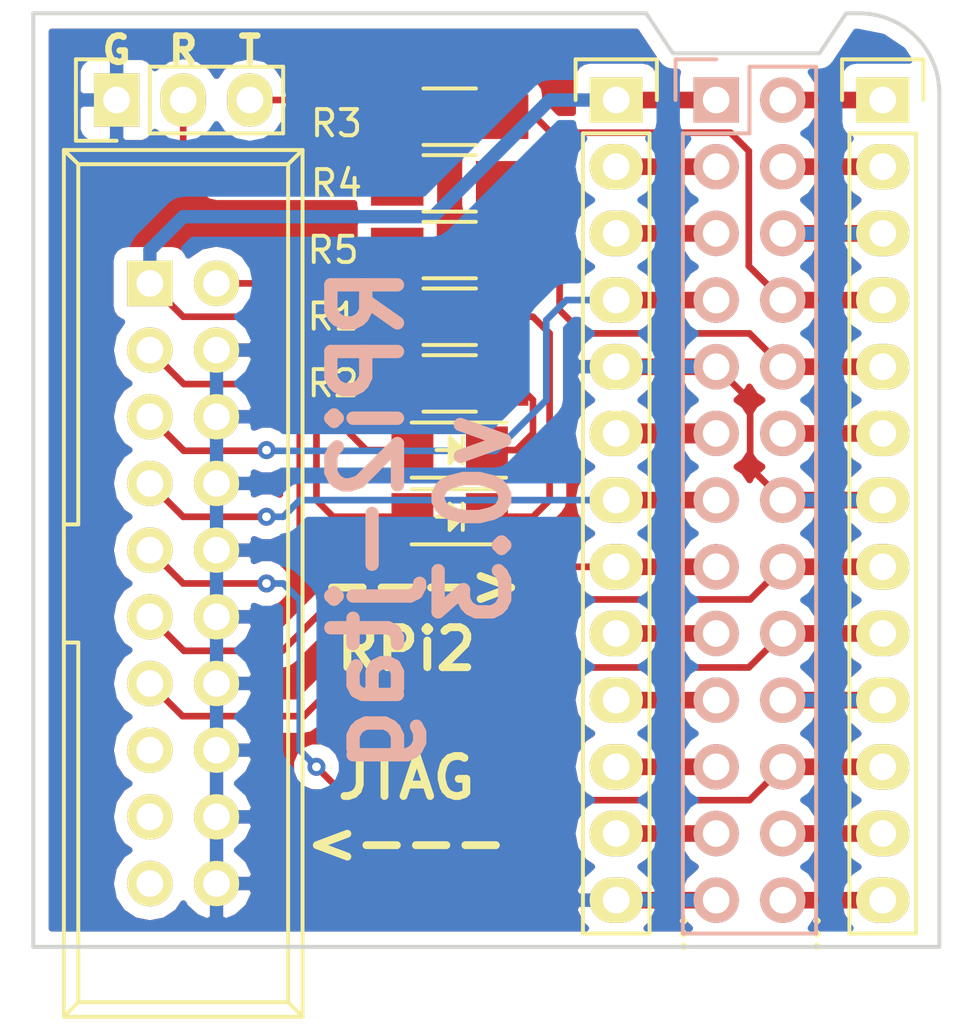
<source format=kicad_pcb>
(kicad_pcb (version 4) (host pcbnew "(2016-04-23 BZR 6710)-product")

  (general
    (links 59)
    (no_connects 0)
    (area 69.3305 87.547666 108.667334 128.174001)
    (thickness 1.6)
    (drawings 16)
    (tracks 149)
    (zones 0)
    (modules 12)
    (nets 28)
  )

  (page A4)
  (layers
    (0 F.Cu signal)
    (31 B.Cu signal)
    (34 B.Paste user)
    (35 F.Paste user)
    (36 B.SilkS user)
    (37 F.SilkS user)
    (38 B.Mask user)
    (39 F.Mask user)
    (44 Edge.Cuts user)
  )

  (setup
    (last_trace_width 0.254)
    (user_trace_width 0.254)
    (user_trace_width 0.381)
    (user_trace_width 0.508)
    (user_trace_width 0.635)
    (user_trace_width 0.762)
    (user_trace_width 1.27)
    (trace_clearance 0.254)
    (zone_clearance 0.508)
    (zone_45_only no)
    (trace_min 0.254)
    (segment_width 0.2)
    (edge_width 0.15)
    (via_size 0.6858)
    (via_drill 0.3302)
    (via_min_size 0.6858)
    (via_min_drill 0.3302)
    (uvia_size 0.762)
    (uvia_drill 0.508)
    (uvias_allowed no)
    (uvia_min_size 0)
    (uvia_min_drill 0)
    (pcb_text_width 0.3)
    (pcb_text_size 1.5 1.5)
    (mod_edge_width 0.15)
    (mod_text_size 1 1)
    (mod_text_width 0.15)
    (pad_size 1.524 1.524)
    (pad_drill 0.762)
    (pad_to_mask_clearance 0.2)
    (aux_axis_origin 0 0)
    (visible_elements FFFFFFFF)
    (pcbplotparams
      (layerselection 0x010fc_ffffffff)
      (usegerberextensions true)
      (excludeedgelayer true)
      (linewidth 0.100000)
      (plotframeref false)
      (viasonmask false)
      (mode 1)
      (useauxorigin false)
      (hpglpennumber 1)
      (hpglpenspeed 20)
      (hpglpendiameter 15)
      (psnegative false)
      (psa4output false)
      (plotreference true)
      (plotvalue true)
      (plotinvisibletext false)
      (padsonsilk false)
      (subtractmaskfromsilk false)
      (outputformat 1)
      (mirror false)
      (drillshape 0)
      (scaleselection 1)
      (outputdirectory gerbers/))
  )

  (net 0 "")
  (net 1 3v3)
  (net 2 JTAG_3v3)
  (net 3 nTRST)
  (net 4 GND)
  (net 5 TDI)
  (net 6 TMS)
  (net 7 TCK)
  (net 8 RTCK)
  (net 9 TDO)
  (net 10 5v)
  (net 11 TX0)
  (net 12 RX0)
  (net 13 "Net-(R3-Pad1)")
  (net 14 "Net-(R4-Pad1)")
  (net 15 "Net-(DJ1-Pad1)")
  (net 16 "Net-(DPI1-Pad1)")
  (net 17 "Net-(P1-Pad2)")
  (net 18 "Net-(P1-Pad3)")
  (net 19 "Net-(P1-Pad6)")
  (net 20 "Net-(P1-Pad9)")
  (net 21 "Net-(P1-Pad10)")
  (net 22 "Net-(P1-Pad11)")
  (net 23 "Net-(P1-Pad12)")
  (net 24 "Net-(P2-Pad2)")
  (net 25 "Net-(P2-Pad12)")
  (net 26 "Net-(P2-Pad13)")
  (net 27 "Net-(P2-Pad6)")

  (net_class Default "This is the default net class."
    (clearance 0.254)
    (trace_width 0.508)
    (via_dia 0.6858)
    (via_drill 0.3302)
    (uvia_dia 0.762)
    (uvia_drill 0.508)
    (add_net "Net-(DJ1-Pad1)")
    (add_net "Net-(DPI1-Pad1)")
    (add_net "Net-(P1-Pad10)")
    (add_net "Net-(P1-Pad11)")
    (add_net "Net-(P1-Pad12)")
    (add_net "Net-(P1-Pad2)")
    (add_net "Net-(P1-Pad3)")
    (add_net "Net-(P1-Pad6)")
    (add_net "Net-(P1-Pad9)")
    (add_net "Net-(P2-Pad12)")
    (add_net "Net-(P2-Pad13)")
    (add_net "Net-(P2-Pad2)")
    (add_net "Net-(P2-Pad6)")
    (add_net "Net-(R3-Pad1)")
    (add_net "Net-(R4-Pad1)")
    (add_net RTCK)
    (add_net RX0)
    (add_net TCK)
    (add_net TDI)
    (add_net TDO)
    (add_net TMS)
    (add_net TX0)
    (add_net nTRST)
  )

  (net_class POWER ""
    (clearance 0.254)
    (trace_width 0.254)
    (via_dia 0.6858)
    (via_drill 0.3302)
    (uvia_dia 0.762)
    (uvia_drill 0.508)
    (add_net 3v3)
    (add_net 5v)
    (add_net GND)
    (add_net JTAG_3v3)
  )

  (module Connect:IDC_Header_Straight_20pins (layer F.Cu) (tedit 572C698C) (tstamp 572C5A8D)
    (at 75.565 99.695 270)
    (descr "20 pins through hole IDC header")
    (tags "IDC header socket VASCH")
    (path /56F2CE49)
    (fp_text reference J20 (at 11.43 -7.62 270) (layer F.SilkS) hide
      (effects (font (size 1 1) (thickness 0.15)))
    )
    (fp_text value CONN_02X10 (at 11.43 5.223 270) (layer F.Fab) hide
      (effects (font (size 1 1) (thickness 0.15)))
    )
    (fp_line (start -5.08 -5.82) (end 27.94 -5.82) (layer F.SilkS) (width 0.15))
    (fp_line (start -4.54 -5.27) (end 27.38 -5.27) (layer F.SilkS) (width 0.15))
    (fp_line (start -5.08 3.28) (end 27.94 3.28) (layer F.SilkS) (width 0.15))
    (fp_line (start -4.54 2.73) (end 9.18 2.73) (layer F.SilkS) (width 0.15))
    (fp_line (start 13.68 2.73) (end 27.38 2.73) (layer F.SilkS) (width 0.15))
    (fp_line (start 9.18 2.73) (end 9.18 3.28) (layer F.SilkS) (width 0.15))
    (fp_line (start 13.68 2.73) (end 13.68 3.28) (layer F.SilkS) (width 0.15))
    (fp_line (start -5.08 -5.82) (end -5.08 3.28) (layer F.SilkS) (width 0.15))
    (fp_line (start -4.54 -5.27) (end -4.54 2.73) (layer F.SilkS) (width 0.15))
    (fp_line (start 27.94 -5.82) (end 27.94 3.28) (layer F.SilkS) (width 0.15))
    (fp_line (start 27.38 -5.27) (end 27.38 2.73) (layer F.SilkS) (width 0.15))
    (fp_line (start -5.08 -5.82) (end -4.54 -5.27) (layer F.SilkS) (width 0.15))
    (fp_line (start 27.94 -5.82) (end 27.38 -5.27) (layer F.SilkS) (width 0.15))
    (fp_line (start -5.08 3.28) (end -4.54 2.73) (layer F.SilkS) (width 0.15))
    (fp_line (start 27.94 3.28) (end 27.38 2.73) (layer F.SilkS) (width 0.15))
    (fp_line (start -5.35 -6.05) (end 28.2 -6.05) (layer F.CrtYd) (width 0.05))
    (fp_line (start 28.2 -6.05) (end 28.2 3.55) (layer F.CrtYd) (width 0.05))
    (fp_line (start 28.2 3.55) (end -5.35 3.55) (layer F.CrtYd) (width 0.05))
    (fp_line (start -5.35 3.55) (end -5.35 -6.05) (layer F.CrtYd) (width 0.05))
    (pad 1 thru_hole rect (at 0 0 270) (size 1.7272 1.7272) (drill 1.016) (layers *.Cu *.Mask F.SilkS)
      (net 1 3v3))
    (pad 2 thru_hole oval (at 0 -2.54 270) (size 1.7272 1.7272) (drill 1.016) (layers *.Cu *.Mask F.SilkS)
      (net 2 JTAG_3v3))
    (pad 3 thru_hole oval (at 2.54 0 270) (size 1.7272 1.7272) (drill 1.016) (layers *.Cu *.Mask F.SilkS)
      (net 3 nTRST))
    (pad 4 thru_hole oval (at 2.54 -2.54 270) (size 1.7272 1.7272) (drill 1.016) (layers *.Cu *.Mask F.SilkS)
      (net 4 GND))
    (pad 5 thru_hole oval (at 5.08 0 270) (size 1.7272 1.7272) (drill 1.016) (layers *.Cu *.Mask F.SilkS)
      (net 5 TDI))
    (pad 6 thru_hole oval (at 5.08 -2.54 270) (size 1.7272 1.7272) (drill 1.016) (layers *.Cu *.Mask F.SilkS)
      (net 4 GND))
    (pad 7 thru_hole oval (at 7.62 0 270) (size 1.7272 1.7272) (drill 1.016) (layers *.Cu *.Mask F.SilkS)
      (net 6 TMS))
    (pad 8 thru_hole oval (at 7.62 -2.54 270) (size 1.7272 1.7272) (drill 1.016) (layers *.Cu *.Mask F.SilkS)
      (net 4 GND))
    (pad 9 thru_hole oval (at 10.16 0 270) (size 1.7272 1.7272) (drill 1.016) (layers *.Cu *.Mask F.SilkS)
      (net 7 TCK))
    (pad 10 thru_hole oval (at 10.16 -2.54 270) (size 1.7272 1.7272) (drill 1.016) (layers *.Cu *.Mask F.SilkS)
      (net 4 GND))
    (pad 11 thru_hole oval (at 12.7 0 270) (size 1.7272 1.7272) (drill 1.016) (layers *.Cu *.Mask F.SilkS)
      (net 8 RTCK))
    (pad 12 thru_hole oval (at 12.7 -2.54 270) (size 1.7272 1.7272) (drill 1.016) (layers *.Cu *.Mask F.SilkS)
      (net 4 GND))
    (pad 13 thru_hole oval (at 15.24 0 270) (size 1.7272 1.7272) (drill 1.016) (layers *.Cu *.Mask F.SilkS)
      (net 9 TDO))
    (pad 14 thru_hole oval (at 15.24 -2.54 270) (size 1.7272 1.7272) (drill 1.016) (layers *.Cu *.Mask F.SilkS)
      (net 4 GND))
    (pad 15 thru_hole oval (at 17.78 0 270) (size 1.7272 1.7272) (drill 1.016) (layers *.Cu *.Mask F.SilkS))
    (pad 16 thru_hole oval (at 17.78 -2.54 270) (size 1.7272 1.7272) (drill 1.016) (layers *.Cu *.Mask F.SilkS)
      (net 4 GND))
    (pad 17 thru_hole oval (at 20.32 0 270) (size 1.7272 1.7272) (drill 1.016) (layers *.Cu *.Mask F.SilkS))
    (pad 18 thru_hole oval (at 20.32 -2.54 270) (size 1.7272 1.7272) (drill 1.016) (layers *.Cu *.Mask F.SilkS)
      (net 4 GND))
    (pad 19 thru_hole oval (at 22.86 0 270) (size 1.7272 1.7272) (drill 1.016) (layers *.Cu *.Mask F.SilkS))
    (pad 20 thru_hole oval (at 22.86 -2.54 270) (size 1.7272 1.7272) (drill 1.016) (layers *.Cu *.Mask F.SilkS)
      (net 4 GND))
  )

  (module Pin_Headers:Pin_Header_Straight_1x03 (layer F.Cu) (tedit 572C69BD) (tstamp 56F2DAA1)
    (at 74.295 92.71 90)
    (descr "Through hole pin header")
    (tags "pin header")
    (path /56F2D836)
    (fp_text reference UART1 (at -2.54 2.54) (layer F.SilkS) hide
      (effects (font (size 1 1) (thickness 0.15)))
    )
    (fp_text value CONN_01X03 (at 0 -3.1 90) (layer F.Fab) hide
      (effects (font (size 1 1) (thickness 0.15)))
    )
    (fp_line (start -1.75 -1.75) (end -1.75 6.85) (layer F.CrtYd) (width 0.05))
    (fp_line (start 1.75 -1.75) (end 1.75 6.85) (layer F.CrtYd) (width 0.05))
    (fp_line (start -1.75 -1.75) (end 1.75 -1.75) (layer F.CrtYd) (width 0.05))
    (fp_line (start -1.75 6.85) (end 1.75 6.85) (layer F.CrtYd) (width 0.05))
    (fp_line (start -1.27 1.27) (end -1.27 6.35) (layer F.SilkS) (width 0.15))
    (fp_line (start -1.27 6.35) (end 1.27 6.35) (layer F.SilkS) (width 0.15))
    (fp_line (start 1.27 6.35) (end 1.27 1.27) (layer F.SilkS) (width 0.15))
    (fp_line (start 1.55 -1.55) (end 1.55 0) (layer F.SilkS) (width 0.15))
    (fp_line (start 1.27 1.27) (end -1.27 1.27) (layer F.SilkS) (width 0.15))
    (fp_line (start -1.55 0) (end -1.55 -1.55) (layer F.SilkS) (width 0.15))
    (fp_line (start -1.55 -1.55) (end 1.55 -1.55) (layer F.SilkS) (width 0.15))
    (pad 1 thru_hole rect (at 0 0 90) (size 2.032 1.7272) (drill 1.016) (layers *.Cu *.Mask F.SilkS)
      (net 4 GND))
    (pad 2 thru_hole oval (at 0 2.54 90) (size 2.032 1.7272) (drill 1.016) (layers *.Cu *.Mask F.SilkS)
      (net 14 "Net-(R4-Pad1)"))
    (pad 3 thru_hole oval (at 0 5.08 90) (size 2.032 1.7272) (drill 1.016) (layers *.Cu *.Mask F.SilkS)
      (net 13 "Net-(R3-Pad1)"))
    (model Pin_Headers.3dshapes/Pin_Header_Straight_1x03.wrl
      (at (xyz 0 -0.1 0))
      (scale (xyz 1 1 1))
      (rotate (xyz 0 0 90))
    )
  )

  (module LEDs:LED_1206 (layer F.Cu) (tedit 572C6546) (tstamp 572B6BA9)
    (at 86.995 108.585 180)
    (descr "LED 1206 smd package")
    (tags "LED1206 SMD")
    (path /56F2CFB9)
    (attr smd)
    (fp_text reference DPI1 (at 4.445 0 180) (layer F.SilkS) hide
      (effects (font (size 1 1) (thickness 0.15)))
    )
    (fp_text value LED (at 0 0 180) (layer F.Fab)
      (effects (font (size 1 1) (thickness 0.15)))
    )
    (fp_line (start -2.15 1.05) (end 1.45 1.05) (layer F.SilkS) (width 0.15))
    (fp_line (start -2.15 -1.05) (end 1.45 -1.05) (layer F.SilkS) (width 0.15))
    (fp_line (start -0.1 -0.3) (end -0.1 0.3) (layer F.SilkS) (width 0.15))
    (fp_line (start -0.1 0.3) (end -0.4 0) (layer F.SilkS) (width 0.15))
    (fp_line (start -0.4 0) (end -0.2 -0.2) (layer F.SilkS) (width 0.15))
    (fp_line (start -0.2 -0.2) (end -0.2 0.05) (layer F.SilkS) (width 0.15))
    (fp_line (start -0.2 0.05) (end -0.25 0) (layer F.SilkS) (width 0.15))
    (fp_line (start -0.5 -0.5) (end -0.5 0.5) (layer F.SilkS) (width 0.15))
    (fp_line (start 0 0) (end 0.5 0) (layer F.SilkS) (width 0.15))
    (fp_line (start -0.5 0) (end 0 -0.5) (layer F.SilkS) (width 0.15))
    (fp_line (start 0 -0.5) (end 0 0.5) (layer F.SilkS) (width 0.15))
    (fp_line (start 0 0.5) (end -0.5 0) (layer F.SilkS) (width 0.15))
    (fp_line (start 2.5 -1.25) (end -2.5 -1.25) (layer F.CrtYd) (width 0.05))
    (fp_line (start -2.5 -1.25) (end -2.5 1.25) (layer F.CrtYd) (width 0.05))
    (fp_line (start -2.5 1.25) (end 2.5 1.25) (layer F.CrtYd) (width 0.05))
    (fp_line (start 2.5 1.25) (end 2.5 -1.25) (layer F.CrtYd) (width 0.05))
    (pad 2 smd rect (at 1.41986 0) (size 1.59766 1.80086) (layers F.Cu F.Paste F.Mask)
      (net 1 3v3))
    (pad 1 smd rect (at -1.41986 0) (size 1.59766 1.80086) (layers F.Cu F.Paste F.Mask)
      (net 16 "Net-(DPI1-Pad1)"))
    (model LEDs.3dshapes/LED_1206.wrl
      (at (xyz 0 0 0))
      (scale (xyz 1 1 1))
      (rotate (xyz 0 0 180))
    )
  )

  (module Socket_Strips:Socket_Strip_Straight_2x13 (layer B.Cu) (tedit 5706D7CC) (tstamp 56F2DA82)
    (at 97.155 92.71 270)
    (descr "Through hole socket strip")
    (tags "socket strip")
    (path /56F2D544)
    (fp_text reference PI2 (at -2.286 -1.143) (layer B.SilkS) hide
      (effects (font (size 1 1) (thickness 0.15)) (justify mirror))
    )
    (fp_text value CONN_02X13 (at 0 3.1 270) (layer B.Fab)
      (effects (font (size 1 1) (thickness 0.15)) (justify mirror))
    )
    (fp_line (start -1.75 1.75) (end -1.75 -4.3) (layer B.CrtYd) (width 0.05))
    (fp_line (start 32.25 1.75) (end 32.25 -4.3) (layer B.CrtYd) (width 0.05))
    (fp_line (start -1.75 1.75) (end 32.25 1.75) (layer B.CrtYd) (width 0.05))
    (fp_line (start -1.75 -4.3) (end 32.25 -4.3) (layer B.CrtYd) (width 0.05))
    (fp_line (start -1.27 -3.81) (end 31.75 -3.81) (layer B.SilkS) (width 0.15))
    (fp_line (start 1.27 1.27) (end 31.75 1.27) (layer B.SilkS) (width 0.15))
    (fp_line (start 31.75 -3.81) (end 31.75 1.27) (layer B.SilkS) (width 0.15))
    (fp_line (start -1.27 -3.81) (end -1.27 -1.27) (layer B.SilkS) (width 0.15))
    (fp_line (start 0 1.55) (end -1.55 1.55) (layer B.SilkS) (width 0.15))
    (fp_line (start -1.27 -1.27) (end 1.27 -1.27) (layer B.SilkS) (width 0.15))
    (fp_line (start 1.27 -1.27) (end 1.27 1.27) (layer B.SilkS) (width 0.15))
    (fp_line (start -1.55 1.55) (end -1.55 0) (layer B.SilkS) (width 0.15))
    (pad 1 thru_hole rect (at 0 0 270) (size 1.7272 1.7272) (drill 1.016) (layers *.Cu *.Mask B.SilkS)
      (net 1 3v3))
    (pad 2 thru_hole oval (at 0 -2.54 270) (size 1.7272 1.7272) (drill 1.016) (layers *.Cu *.Mask B.SilkS)
      (net 10 5v))
    (pad 3 thru_hole oval (at 2.54 0 270) (size 1.7272 1.7272) (drill 1.016) (layers *.Cu *.Mask B.SilkS)
      (net 17 "Net-(P1-Pad2)"))
    (pad 4 thru_hole oval (at 2.54 -2.54 270) (size 1.7272 1.7272) (drill 1.016) (layers *.Cu *.Mask B.SilkS)
      (net 24 "Net-(P2-Pad2)"))
    (pad 5 thru_hole oval (at 5.08 0 270) (size 1.7272 1.7272) (drill 1.016) (layers *.Cu *.Mask B.SilkS)
      (net 18 "Net-(P1-Pad3)"))
    (pad 6 thru_hole oval (at 5.08 -2.54 270) (size 1.7272 1.7272) (drill 1.016) (layers *.Cu *.Mask B.SilkS)
      (net 4 GND))
    (pad 7 thru_hole oval (at 7.62 0 270) (size 1.7272 1.7272) (drill 1.016) (layers *.Cu *.Mask B.SilkS)
      (net 5 TDI))
    (pad 8 thru_hole oval (at 7.62 -2.54 270) (size 1.7272 1.7272) (drill 1.016) (layers *.Cu *.Mask B.SilkS)
      (net 11 TX0))
    (pad 9 thru_hole oval (at 10.16 0 270) (size 1.7272 1.7272) (drill 1.016) (layers *.Cu *.Mask B.SilkS)
      (net 4 GND))
    (pad 10 thru_hole oval (at 10.16 -2.54 270) (size 1.7272 1.7272) (drill 1.016) (layers *.Cu *.Mask B.SilkS)
      (net 12 RX0))
    (pad 11 thru_hole oval (at 12.7 0 270) (size 1.7272 1.7272) (drill 1.016) (layers *.Cu *.Mask B.SilkS)
      (net 19 "Net-(P1-Pad6)"))
    (pad 12 thru_hole oval (at 12.7 -2.54 270) (size 1.7272 1.7272) (drill 1.016) (layers *.Cu *.Mask B.SilkS)
      (net 27 "Net-(P2-Pad6)"))
    (pad 13 thru_hole oval (at 15.24 0 270) (size 1.7272 1.7272) (drill 1.016) (layers *.Cu *.Mask B.SilkS)
      (net 6 TMS))
    (pad 14 thru_hole oval (at 15.24 -2.54 270) (size 1.7272 1.7272) (drill 1.016) (layers *.Cu *.Mask B.SilkS)
      (net 4 GND))
    (pad 15 thru_hole oval (at 17.78 0 270) (size 1.7272 1.7272) (drill 1.016) (layers *.Cu *.Mask B.SilkS)
      (net 3 nTRST))
    (pad 16 thru_hole oval (at 17.78 -2.54 270) (size 1.7272 1.7272) (drill 1.016) (layers *.Cu *.Mask B.SilkS)
      (net 8 RTCK))
    (pad 17 thru_hole oval (at 20.32 0 270) (size 1.7272 1.7272) (drill 1.016) (layers *.Cu *.Mask B.SilkS)
      (net 20 "Net-(P1-Pad9)"))
    (pad 18 thru_hole oval (at 20.32 -2.54 270) (size 1.7272 1.7272) (drill 1.016) (layers *.Cu *.Mask B.SilkS)
      (net 9 TDO))
    (pad 19 thru_hole oval (at 22.86 0 270) (size 1.7272 1.7272) (drill 1.016) (layers *.Cu *.Mask B.SilkS)
      (net 21 "Net-(P1-Pad10)"))
    (pad 20 thru_hole oval (at 22.86 -2.54 270) (size 1.7272 1.7272) (drill 1.016) (layers *.Cu *.Mask B.SilkS)
      (net 4 GND))
    (pad 21 thru_hole oval (at 25.4 0 270) (size 1.7272 1.7272) (drill 1.016) (layers *.Cu *.Mask B.SilkS)
      (net 22 "Net-(P1-Pad11)"))
    (pad 22 thru_hole oval (at 25.4 -2.54 270) (size 1.7272 1.7272) (drill 1.016) (layers *.Cu *.Mask B.SilkS)
      (net 7 TCK))
    (pad 23 thru_hole oval (at 27.94 0 270) (size 1.7272 1.7272) (drill 1.016) (layers *.Cu *.Mask B.SilkS)
      (net 23 "Net-(P1-Pad12)"))
    (pad 24 thru_hole oval (at 27.94 -2.54 270) (size 1.7272 1.7272) (drill 1.016) (layers *.Cu *.Mask B.SilkS)
      (net 25 "Net-(P2-Pad12)"))
    (pad 25 thru_hole oval (at 30.48 0 270) (size 1.7272 1.7272) (drill 1.016) (layers *.Cu *.Mask B.SilkS)
      (net 4 GND))
    (pad 26 thru_hole oval (at 30.48 -2.54 270) (size 1.7272 1.7272) (drill 1.016) (layers *.Cu *.Mask B.SilkS)
      (net 26 "Net-(P2-Pad13)"))
    (model Socket_Strips.3dshapes/Socket_Strip_Straight_2x13.wrl
      (at (xyz 0.6 -0.05 0))
      (scale (xyz 1 1 1))
      (rotate (xyz 0 0 180))
    )
  )

  (module Pin_Headers:Pin_Header_Straight_1x13 (layer F.Cu) (tedit 572B71CC) (tstamp 57066950)
    (at 93.345 92.71)
    (descr "Through hole pin header")
    (tags "pin header")
    (path /5706671F)
    (fp_text reference P1 (at -3.175 29.845 90) (layer F.SilkS) hide
      (effects (font (size 1 1) (thickness 0.15)))
    )
    (fp_text value CONN_01X13 (at 0 -3.1) (layer F.Fab) hide
      (effects (font (size 1 1) (thickness 0.15)))
    )
    (fp_line (start -1.75 -1.75) (end -1.75 32.25) (layer F.CrtYd) (width 0.05))
    (fp_line (start 1.75 -1.75) (end 1.75 32.25) (layer F.CrtYd) (width 0.05))
    (fp_line (start -1.75 -1.75) (end 1.75 -1.75) (layer F.CrtYd) (width 0.05))
    (fp_line (start -1.75 32.25) (end 1.75 32.25) (layer F.CrtYd) (width 0.05))
    (fp_line (start -1.27 1.27) (end -1.27 31.75) (layer F.SilkS) (width 0.15))
    (fp_line (start -1.27 31.75) (end 1.27 31.75) (layer F.SilkS) (width 0.15))
    (fp_line (start 1.27 31.75) (end 1.27 1.27) (layer F.SilkS) (width 0.15))
    (fp_line (start 1.55 -1.55) (end 1.55 0) (layer F.SilkS) (width 0.15))
    (fp_line (start 1.27 1.27) (end -1.27 1.27) (layer F.SilkS) (width 0.15))
    (fp_line (start -1.55 0) (end -1.55 -1.55) (layer F.SilkS) (width 0.15))
    (fp_line (start -1.55 -1.55) (end 1.55 -1.55) (layer F.SilkS) (width 0.15))
    (pad 1 thru_hole rect (at 0 0) (size 2.032 1.7272) (drill 1.016) (layers *.Cu *.Mask F.SilkS)
      (net 1 3v3))
    (pad 2 thru_hole oval (at 0 2.54) (size 2.032 1.7272) (drill 1.016) (layers *.Cu *.Mask F.SilkS)
      (net 17 "Net-(P1-Pad2)"))
    (pad 3 thru_hole oval (at 0 5.08) (size 2.032 1.7272) (drill 1.016) (layers *.Cu *.Mask F.SilkS)
      (net 18 "Net-(P1-Pad3)"))
    (pad 4 thru_hole oval (at 0 7.62) (size 2.032 1.7272) (drill 1.016) (layers *.Cu *.Mask F.SilkS)
      (net 5 TDI))
    (pad 5 thru_hole oval (at 0 10.16) (size 2.032 1.7272) (drill 1.016) (layers *.Cu *.Mask F.SilkS)
      (net 4 GND))
    (pad 6 thru_hole oval (at 0 12.7) (size 2.032 1.7272) (drill 1.016) (layers *.Cu *.Mask F.SilkS)
      (net 19 "Net-(P1-Pad6)"))
    (pad 7 thru_hole oval (at 0 15.24) (size 2.032 1.7272) (drill 1.016) (layers *.Cu *.Mask F.SilkS)
      (net 6 TMS))
    (pad 8 thru_hole oval (at 0 17.78) (size 2.032 1.7272) (drill 1.016) (layers *.Cu *.Mask F.SilkS)
      (net 3 nTRST))
    (pad 9 thru_hole oval (at 0 20.32) (size 2.032 1.7272) (drill 1.016) (layers *.Cu *.Mask F.SilkS)
      (net 20 "Net-(P1-Pad9)"))
    (pad 10 thru_hole oval (at 0 22.86) (size 2.032 1.7272) (drill 1.016) (layers *.Cu *.Mask F.SilkS)
      (net 21 "Net-(P1-Pad10)"))
    (pad 11 thru_hole oval (at 0 25.4) (size 2.032 1.7272) (drill 1.016) (layers *.Cu *.Mask F.SilkS)
      (net 22 "Net-(P1-Pad11)"))
    (pad 12 thru_hole oval (at 0 27.94) (size 2.032 1.7272) (drill 1.016) (layers *.Cu *.Mask F.SilkS)
      (net 23 "Net-(P1-Pad12)"))
    (pad 13 thru_hole oval (at 0 30.48) (size 2.032 1.7272) (drill 1.016) (layers *.Cu *.Mask F.SilkS)
      (net 4 GND))
    (model Pin_Headers.3dshapes/Pin_Header_Straight_1x13.wrl
      (at (xyz 0 -0.6 0))
      (scale (xyz 1 1 1))
      (rotate (xyz 0 0 90))
    )
  )

  (module Pin_Headers:Pin_Header_Straight_1x13 (layer F.Cu) (tedit 5706DA66) (tstamp 57066961)
    (at 103.505 92.71)
    (descr "Through hole pin header")
    (tags "pin header")
    (path /5706668C)
    (fp_text reference P2 (at -1.651 30.988 90) (layer F.SilkS) hide
      (effects (font (size 1 1) (thickness 0.15)))
    )
    (fp_text value CONN_01X13 (at 0 -3.1) (layer F.Fab) hide
      (effects (font (size 1 1) (thickness 0.15)))
    )
    (fp_line (start -1.75 -1.75) (end -1.75 32.25) (layer F.CrtYd) (width 0.05))
    (fp_line (start 1.75 -1.75) (end 1.75 32.25) (layer F.CrtYd) (width 0.05))
    (fp_line (start -1.75 -1.75) (end 1.75 -1.75) (layer F.CrtYd) (width 0.05))
    (fp_line (start -1.75 32.25) (end 1.75 32.25) (layer F.CrtYd) (width 0.05))
    (fp_line (start -1.27 1.27) (end -1.27 31.75) (layer F.SilkS) (width 0.15))
    (fp_line (start -1.27 31.75) (end 1.27 31.75) (layer F.SilkS) (width 0.15))
    (fp_line (start 1.27 31.75) (end 1.27 1.27) (layer F.SilkS) (width 0.15))
    (fp_line (start 1.55 -1.55) (end 1.55 0) (layer F.SilkS) (width 0.15))
    (fp_line (start 1.27 1.27) (end -1.27 1.27) (layer F.SilkS) (width 0.15))
    (fp_line (start -1.55 0) (end -1.55 -1.55) (layer F.SilkS) (width 0.15))
    (fp_line (start -1.55 -1.55) (end 1.55 -1.55) (layer F.SilkS) (width 0.15))
    (pad 1 thru_hole rect (at 0 0) (size 2.032 1.7272) (drill 1.016) (layers *.Cu *.Mask F.SilkS)
      (net 10 5v))
    (pad 2 thru_hole oval (at 0 2.54) (size 2.032 1.7272) (drill 1.016) (layers *.Cu *.Mask F.SilkS)
      (net 24 "Net-(P2-Pad2)"))
    (pad 3 thru_hole oval (at 0 5.08) (size 2.032 1.7272) (drill 1.016) (layers *.Cu *.Mask F.SilkS)
      (net 4 GND))
    (pad 4 thru_hole oval (at 0 7.62) (size 2.032 1.7272) (drill 1.016) (layers *.Cu *.Mask F.SilkS)
      (net 11 TX0))
    (pad 5 thru_hole oval (at 0 10.16) (size 2.032 1.7272) (drill 1.016) (layers *.Cu *.Mask F.SilkS)
      (net 12 RX0))
    (pad 6 thru_hole oval (at 0 12.7) (size 2.032 1.7272) (drill 1.016) (layers *.Cu *.Mask F.SilkS)
      (net 27 "Net-(P2-Pad6)"))
    (pad 7 thru_hole oval (at 0 15.24) (size 2.032 1.7272) (drill 1.016) (layers *.Cu *.Mask F.SilkS)
      (net 4 GND))
    (pad 8 thru_hole oval (at 0 17.78) (size 2.032 1.7272) (drill 1.016) (layers *.Cu *.Mask F.SilkS)
      (net 8 RTCK))
    (pad 9 thru_hole oval (at 0 20.32) (size 2.032 1.7272) (drill 1.016) (layers *.Cu *.Mask F.SilkS)
      (net 9 TDO))
    (pad 10 thru_hole oval (at 0 22.86) (size 2.032 1.7272) (drill 1.016) (layers *.Cu *.Mask F.SilkS)
      (net 4 GND))
    (pad 11 thru_hole oval (at 0 25.4) (size 2.032 1.7272) (drill 1.016) (layers *.Cu *.Mask F.SilkS)
      (net 7 TCK))
    (pad 12 thru_hole oval (at 0 27.94) (size 2.032 1.7272) (drill 1.016) (layers *.Cu *.Mask F.SilkS)
      (net 25 "Net-(P2-Pad12)"))
    (pad 13 thru_hole oval (at 0 30.48) (size 2.032 1.7272) (drill 1.016) (layers *.Cu *.Mask F.SilkS)
      (net 26 "Net-(P2-Pad13)"))
    (model Pin_Headers.3dshapes/Pin_Header_Straight_1x13.wrl
      (at (xyz 0 -0.6 0))
      (scale (xyz 1 1 1))
      (rotate (xyz 0 0 90))
    )
  )

  (module LEDs:LED_1206 (layer F.Cu) (tedit 572C654B) (tstamp 572B6BA4)
    (at 86.995 106.045 180)
    (descr "LED 1206 smd package")
    (tags "LED1206 SMD")
    (path /56F2EB70)
    (attr smd)
    (fp_text reference DJ1 (at 4.445 0 180) (layer F.SilkS) hide
      (effects (font (size 1 1) (thickness 0.15)))
    )
    (fp_text value LED (at 0 0 180) (layer F.Fab)
      (effects (font (size 1 1) (thickness 0.15)))
    )
    (fp_line (start -2.15 1.05) (end 1.45 1.05) (layer F.SilkS) (width 0.15))
    (fp_line (start -2.15 -1.05) (end 1.45 -1.05) (layer F.SilkS) (width 0.15))
    (fp_line (start -0.1 -0.3) (end -0.1 0.3) (layer F.SilkS) (width 0.15))
    (fp_line (start -0.1 0.3) (end -0.4 0) (layer F.SilkS) (width 0.15))
    (fp_line (start -0.4 0) (end -0.2 -0.2) (layer F.SilkS) (width 0.15))
    (fp_line (start -0.2 -0.2) (end -0.2 0.05) (layer F.SilkS) (width 0.15))
    (fp_line (start -0.2 0.05) (end -0.25 0) (layer F.SilkS) (width 0.15))
    (fp_line (start -0.5 -0.5) (end -0.5 0.5) (layer F.SilkS) (width 0.15))
    (fp_line (start 0 0) (end 0.5 0) (layer F.SilkS) (width 0.15))
    (fp_line (start -0.5 0) (end 0 -0.5) (layer F.SilkS) (width 0.15))
    (fp_line (start 0 -0.5) (end 0 0.5) (layer F.SilkS) (width 0.15))
    (fp_line (start 0 0.5) (end -0.5 0) (layer F.SilkS) (width 0.15))
    (fp_line (start 2.5 -1.25) (end -2.5 -1.25) (layer F.CrtYd) (width 0.05))
    (fp_line (start -2.5 -1.25) (end -2.5 1.25) (layer F.CrtYd) (width 0.05))
    (fp_line (start -2.5 1.25) (end 2.5 1.25) (layer F.CrtYd) (width 0.05))
    (fp_line (start 2.5 1.25) (end 2.5 -1.25) (layer F.CrtYd) (width 0.05))
    (pad 2 smd rect (at 1.41986 0) (size 1.59766 1.80086) (layers F.Cu F.Paste F.Mask)
      (net 2 JTAG_3v3))
    (pad 1 smd rect (at -1.41986 0) (size 1.59766 1.80086) (layers F.Cu F.Paste F.Mask)
      (net 15 "Net-(DJ1-Pad1)"))
    (model LEDs.3dshapes/LED_1206.wrl
      (at (xyz 0 0 0))
      (scale (xyz 1 1 1))
      (rotate (xyz 0 0 180))
    )
  )

  (module Resistors_SMD:R_1206_HandSoldering (layer F.Cu) (tedit 572C573B) (tstamp 572B6BAE)
    (at 86.995 100.965)
    (descr "Resistor SMD 1206, hand soldering")
    (tags "resistor 1206")
    (path /56F2DE22)
    (attr smd)
    (fp_text reference R1 (at -4.445 0) (layer F.SilkS)
      (effects (font (size 1 1) (thickness 0.15)))
    )
    (fp_text value 470 (at 0 0) (layer F.Fab)
      (effects (font (size 1 1) (thickness 0.15)))
    )
    (fp_line (start -3.3 -1.2) (end 3.3 -1.2) (layer F.CrtYd) (width 0.05))
    (fp_line (start -3.3 1.2) (end 3.3 1.2) (layer F.CrtYd) (width 0.05))
    (fp_line (start -3.3 -1.2) (end -3.3 1.2) (layer F.CrtYd) (width 0.05))
    (fp_line (start 3.3 -1.2) (end 3.3 1.2) (layer F.CrtYd) (width 0.05))
    (fp_line (start 1 1.075) (end -1 1.075) (layer F.SilkS) (width 0.15))
    (fp_line (start -1 -1.075) (end 1 -1.075) (layer F.SilkS) (width 0.15))
    (pad 1 smd rect (at -2 0) (size 2 1.7) (layers F.Cu F.Paste F.Mask)
      (net 4 GND))
    (pad 2 smd rect (at 2 0) (size 2 1.7) (layers F.Cu F.Paste F.Mask)
      (net 16 "Net-(DPI1-Pad1)"))
    (model Resistors_SMD.3dshapes/R_1206_HandSoldering.wrl
      (at (xyz 0 0 0))
      (scale (xyz 1 1 1))
      (rotate (xyz 0 0 0))
    )
  )

  (module Resistors_SMD:R_1206_HandSoldering (layer F.Cu) (tedit 5418A20D) (tstamp 572B6BB3)
    (at 86.995 103.505)
    (descr "Resistor SMD 1206, hand soldering")
    (tags "resistor 1206")
    (path /56F2EB69)
    (attr smd)
    (fp_text reference R2 (at -4.445 0) (layer F.SilkS)
      (effects (font (size 1 1) (thickness 0.15)))
    )
    (fp_text value 470 (at 0 2.3) (layer F.Fab)
      (effects (font (size 1 1) (thickness 0.15)))
    )
    (fp_line (start -3.3 -1.2) (end 3.3 -1.2) (layer F.CrtYd) (width 0.05))
    (fp_line (start -3.3 1.2) (end 3.3 1.2) (layer F.CrtYd) (width 0.05))
    (fp_line (start -3.3 -1.2) (end -3.3 1.2) (layer F.CrtYd) (width 0.05))
    (fp_line (start 3.3 -1.2) (end 3.3 1.2) (layer F.CrtYd) (width 0.05))
    (fp_line (start 1 1.075) (end -1 1.075) (layer F.SilkS) (width 0.15))
    (fp_line (start -1 -1.075) (end 1 -1.075) (layer F.SilkS) (width 0.15))
    (pad 1 smd rect (at -2 0) (size 2 1.7) (layers F.Cu F.Paste F.Mask)
      (net 4 GND))
    (pad 2 smd rect (at 2 0) (size 2 1.7) (layers F.Cu F.Paste F.Mask)
      (net 15 "Net-(DJ1-Pad1)"))
    (model Resistors_SMD.3dshapes/R_1206_HandSoldering.wrl
      (at (xyz 0 0 0))
      (scale (xyz 1 1 1))
      (rotate (xyz 0 0 0))
    )
  )

  (module Resistors_SMD:R_1206_HandSoldering (layer F.Cu) (tedit 572B72BE) (tstamp 572B6BB8)
    (at 86.995 93.345)
    (descr "Resistor SMD 1206, hand soldering")
    (tags "resistor 1206")
    (path /56F2D92F)
    (attr smd)
    (fp_text reference R3 (at -4.318 0.254) (layer F.SilkS)
      (effects (font (size 1 1) (thickness 0.15)))
    )
    (fp_text value 100 (at 0 0) (layer F.Fab)
      (effects (font (size 1 1) (thickness 0.15)))
    )
    (fp_line (start -3.3 -1.2) (end 3.3 -1.2) (layer F.CrtYd) (width 0.05))
    (fp_line (start -3.3 1.2) (end 3.3 1.2) (layer F.CrtYd) (width 0.05))
    (fp_line (start -3.3 -1.2) (end -3.3 1.2) (layer F.CrtYd) (width 0.05))
    (fp_line (start 3.3 -1.2) (end 3.3 1.2) (layer F.CrtYd) (width 0.05))
    (fp_line (start 1 1.075) (end -1 1.075) (layer F.SilkS) (width 0.15))
    (fp_line (start -1 -1.075) (end 1 -1.075) (layer F.SilkS) (width 0.15))
    (pad 1 smd rect (at -2 0) (size 2 1.7) (layers F.Cu F.Paste F.Mask)
      (net 13 "Net-(R3-Pad1)"))
    (pad 2 smd rect (at 2 0) (size 2 1.7) (layers F.Cu F.Paste F.Mask)
      (net 11 TX0))
    (model Resistors_SMD.3dshapes/R_1206_HandSoldering.wrl
      (at (xyz 0 0 0))
      (scale (xyz 1 1 1))
      (rotate (xyz 0 0 0))
    )
  )

  (module Resistors_SMD:R_1206_HandSoldering (layer F.Cu) (tedit 572B72C3) (tstamp 572B6BBD)
    (at 86.995 95.885)
    (descr "Resistor SMD 1206, hand soldering")
    (tags "resistor 1206")
    (path /56F2CF21)
    (attr smd)
    (fp_text reference R4 (at -4.318 0) (layer F.SilkS)
      (effects (font (size 1 1) (thickness 0.15)))
    )
    (fp_text value 470 (at 0 0) (layer F.Fab)
      (effects (font (size 1 1) (thickness 0.15)))
    )
    (fp_line (start -3.3 -1.2) (end 3.3 -1.2) (layer F.CrtYd) (width 0.05))
    (fp_line (start -3.3 1.2) (end 3.3 1.2) (layer F.CrtYd) (width 0.05))
    (fp_line (start -3.3 -1.2) (end -3.3 1.2) (layer F.CrtYd) (width 0.05))
    (fp_line (start 3.3 -1.2) (end 3.3 1.2) (layer F.CrtYd) (width 0.05))
    (fp_line (start 1 1.075) (end -1 1.075) (layer F.SilkS) (width 0.15))
    (fp_line (start -1 -1.075) (end 1 -1.075) (layer F.SilkS) (width 0.15))
    (pad 1 smd rect (at -2 0) (size 2 1.7) (layers F.Cu F.Paste F.Mask)
      (net 14 "Net-(R4-Pad1)"))
    (pad 2 smd rect (at 2 0) (size 2 1.7) (layers F.Cu F.Paste F.Mask)
      (net 12 RX0))
    (model Resistors_SMD.3dshapes/R_1206_HandSoldering.wrl
      (at (xyz 0 0 0))
      (scale (xyz 1 1 1))
      (rotate (xyz 0 0 0))
    )
  )

  (module Resistors_SMD:R_1206_HandSoldering (layer F.Cu) (tedit 572C573F) (tstamp 572C56B4)
    (at 86.995 98.425)
    (descr "Resistor SMD 1206, hand soldering")
    (tags "resistor 1206")
    (path /572C5707)
    (attr smd)
    (fp_text reference R5 (at -4.445 0) (layer F.SilkS)
      (effects (font (size 1 1) (thickness 0.15)))
    )
    (fp_text value 1K (at 0 2.3) (layer F.Fab)
      (effects (font (size 1 1) (thickness 0.15)))
    )
    (fp_line (start -3.3 -1.2) (end 3.3 -1.2) (layer F.CrtYd) (width 0.05))
    (fp_line (start -3.3 1.2) (end 3.3 1.2) (layer F.CrtYd) (width 0.05))
    (fp_line (start -3.3 -1.2) (end -3.3 1.2) (layer F.CrtYd) (width 0.05))
    (fp_line (start 3.3 -1.2) (end 3.3 1.2) (layer F.CrtYd) (width 0.05))
    (fp_line (start 1 1.075) (end -1 1.075) (layer F.SilkS) (width 0.15))
    (fp_line (start -1 -1.075) (end 1 -1.075) (layer F.SilkS) (width 0.15))
    (pad 1 smd rect (at -2 0) (size 2 1.7) (layers F.Cu F.Paste F.Mask)
      (net 4 GND))
    (pad 2 smd rect (at 2 0) (size 2 1.7) (layers F.Cu F.Paste F.Mask)
      (net 12 RX0))
    (model Resistors_SMD.3dshapes/R_1206_HandSoldering.wrl
      (at (xyz 0 0 0))
      (scale (xyz 1 1 1))
      (rotate (xyz 0 0 0))
    )
  )

  (gr_text "RPi2-jtag\nv0.3" (at 85.9 108.7 90) (layer B.SilkS)
    (effects (font (size 2.54 2.54) (thickness 0.508)) (justify mirror))
  )
  (gr_text R (at 76.835 90.805) (layer F.SilkS) (tstamp 572B6AA5)
    (effects (font (size 1 1) (thickness 0.25)))
  )
  (gr_text T (at 79.375 90.805) (layer F.SilkS)
    (effects (font (size 1 1) (thickness 0.25)))
  )
  (gr_text G (at 74.295 90.805) (layer F.SilkS) (tstamp 572B6AB4)
    (effects (font (size 1 1) (thickness 0.25)))
  )
  (gr_text ... (at 100.584 124.46 90) (layer F.SilkS) (tstamp 5706DA3E)
    (effects (font (size 1.016 1.016) (thickness 0.1905)))
  )
  (gr_text ... (at 95.504 124.46 90) (layer F.SilkS)
    (effects (font (size 1.016 1.016) (thickness 0.1905)))
  )
  (gr_line (start 102.108 89.408) (end 102.616 89.408) (layer Edge.Cuts) (width 0.15))
  (gr_line (start 101.092 90.932) (end 102.108 89.408) (layer Edge.Cuts) (width 0.15))
  (gr_line (start 95.504 90.932) (end 101.092 90.932) (layer Edge.Cuts) (width 0.15))
  (gr_line (start 94.488 89.408) (end 95.504 90.932) (layer Edge.Cuts) (width 0.15))
  (gr_line (start 105.664 124.968) (end 71.12 124.968) (angle 90) (layer Edge.Cuts) (width 0.15) (tstamp 5706D6CF))
  (gr_line (start 94.488 89.408) (end 71.12 89.408) (layer Edge.Cuts) (width 0.15))
  (gr_text " --->\nRPi2\n\nJTAG\n<---" (at 85.344 116.078) (layer F.SilkS)
    (effects (font (thickness 0.3)))
  )
  (gr_arc (start 102.616 92.456) (end 102.616 89.408) (angle 90) (layer Edge.Cuts) (width 0.15))
  (gr_line (start 71.12 124.968) (end 71.12 89.408) (angle 90) (layer Edge.Cuts) (width 0.15))
  (gr_line (start 105.664 92.456) (end 105.664 124.968) (angle 90) (layer Edge.Cuts) (width 0.15))

  (segment (start 80.645 100.965) (end 81.28 101.6) (width 0.254) (layer F.Cu) (net 1))
  (segment (start 82.55 108.585) (end 84.455 108.585) (width 0.254) (layer F.Cu) (net 1) (tstamp 572C665B))
  (segment (start 81.915 107.95) (end 82.55 108.585) (width 0.254) (layer F.Cu) (net 1) (tstamp 572C6657))
  (segment (start 81.915 102.235) (end 81.915 107.95) (width 0.254) (layer F.Cu) (net 1) (tstamp 572C6656))
  (segment (start 81.28 101.6) (end 81.915 102.235) (width 0.254) (layer F.Cu) (net 1) (tstamp 572C6655))
  (segment (start 75.565 99.695) (end 76.835 100.965) (width 0.254) (layer F.Cu) (net 1))
  (segment (start 84.455 108.585) (end 85.57514 108.585) (width 0.254) (layer F.Cu) (net 1) (tstamp 572C6636))
  (segment (start 76.835 100.965) (end 80.645 100.965) (width 0.254) (layer F.Cu) (net 1) (tstamp 572C662B))
  (segment (start 93.345 92.71) (end 90.805 92.71) (width 0.508) (layer B.Cu) (net 1))
  (segment (start 75.565 98.425) (end 75.565 99.695) (width 0.508) (layer B.Cu) (net 1) (tstamp 572C5ADC))
  (segment (start 76.835 97.155) (end 75.565 98.425) (width 0.508) (layer B.Cu) (net 1) (tstamp 572C5ADB))
  (segment (start 86.36 97.155) (end 76.835 97.155) (width 0.508) (layer B.Cu) (net 1) (tstamp 572C5AD9))
  (segment (start 90.805 92.71) (end 86.36 97.155) (width 0.508) (layer B.Cu) (net 1) (tstamp 572C5AD6))
  (segment (start 97.155 92.71) (end 93.345 92.71) (width 0.635) (layer F.Cu) (net 1))
  (segment (start 81.915 99.695) (end 83.185 100.965) (width 0.254) (layer F.Cu) (net 2) (tstamp 572C6621))
  (segment (start 83.185 100.965) (end 83.185 105.41) (width 0.254) (layer F.Cu) (net 2) (tstamp 572C6624))
  (segment (start 83.185 105.41) (end 83.82 106.045) (width 0.254) (layer F.Cu) (net 2) (tstamp 572C6627))
  (segment (start 83.82 106.045) (end 85.57514 106.045) (width 0.254) (layer F.Cu) (net 2) (tstamp 572C6628))
  (segment (start 78.105 99.695) (end 81.915 99.695) (width 0.254) (layer F.Cu) (net 2))
  (segment (start 80.645 103.530399) (end 80.670399 103.530399) (width 0.254) (layer F.Cu) (net 3))
  (segment (start 81.915 110.49) (end 82.55 110.49) (width 0.254) (layer F.Cu) (net 3) (tstamp 572C6650))
  (segment (start 81.28 109.855) (end 81.915 110.49) (width 0.254) (layer F.Cu) (net 3) (tstamp 572C664F))
  (segment (start 81.28 104.14) (end 81.28 109.855) (width 0.254) (layer F.Cu) (net 3) (tstamp 572C664E))
  (segment (start 80.670399 103.530399) (end 81.28 104.14) (width 0.254) (layer F.Cu) (net 3) (tstamp 572C664B))
  (segment (start 80.01 103.530399) (end 80.645 103.530399) (width 0.254) (layer F.Cu) (net 3))
  (segment (start 79.375 103.530399) (end 80.01 103.530399) (width 0.254) (layer F.Cu) (net 3))
  (segment (start 82.55 110.49) (end 83.185 110.49) (width 0.254) (layer F.Cu) (net 3) (tstamp 572C6641))
  (segment (start 86.995 110.49) (end 93.345 110.49) (width 0.254) (layer F.Cu) (net 3) (tstamp 572B73EA))
  (segment (start 85.09 110.49) (end 86.995 110.49) (width 0.254) (layer F.Cu) (net 3) (tstamp 572B73E6))
  (segment (start 84.455 110.49) (end 83.185 110.49) (width 0.254) (layer F.Cu) (net 3) (tstamp 572C56DD))
  (segment (start 85.09 110.49) (end 84.455 110.49) (width 0.254) (layer F.Cu) (net 3))
  (segment (start 76.860399 103.530399) (end 79.375 103.530399) (width 0.254) (layer F.Cu) (net 3))
  (segment (start 75.565 102.235) (end 76.860399 103.530399) (width 0.254) (layer F.Cu) (net 3))
  (segment (start 97.155 110.49) (end 93.345 110.49) (width 0.635) (layer F.Cu) (net 3))
  (segment (start 97.155 102.87) (end 98.450399 104.165399) (width 0.254) (layer F.Cu) (net 4))
  (segment (start 98.450399 104.165399) (end 98.450399 106.705399) (width 0.254) (layer F.Cu) (net 4))
  (segment (start 98.450399 106.705399) (end 98.831401 107.086401) (width 0.254) (layer F.Cu) (net 4))
  (segment (start 98.831401 107.086401) (end 99.695 107.95) (width 0.254) (layer F.Cu) (net 4))
  (segment (start 97.155 102.87) (end 93.345 102.87) (width 0.635) (layer F.Cu) (net 4))
  (segment (start 103.505 97.79) (end 104.14 97.79) (width 0.635) (layer F.Cu) (net 4))
  (segment (start 99.695 97.79) (end 103.505 97.79) (width 0.635) (layer F.Cu) (net 4))
  (segment (start 99.695 107.95) (end 103.505 107.95) (width 0.635) (layer F.Cu) (net 4))
  (segment (start 97.155 123.19) (end 93.345 123.19) (width 0.635) (layer F.Cu) (net 4))
  (segment (start 99.695 115.57) (end 103.505 115.57) (width 0.635) (layer F.Cu) (net 4))
  (segment (start 80.666517 106.074281) (end 80.039281 106.074281) (width 0.254) (layer B.Cu) (net 5))
  (segment (start 80.039281 106.074281) (end 80.01 106.045) (width 0.254) (layer B.Cu) (net 5) (tstamp 572C5771))
  (via (at 80.01 106.045) (size 0.6858) (drill 0.3302) (layers F.Cu B.Cu) (net 5))
  (segment (start 80.01 106.045) (end 80.01 106.070399) (width 0.254) (layer F.Cu) (net 5) (tstamp 572C5774))
  (segment (start 80.01 106.070399) (end 76.860399 106.070399) (width 0.254) (layer F.Cu) (net 5) (tstamp 572C5775))
  (segment (start 93.345 100.33) (end 91.44 100.33) (width 0.254) (layer B.Cu) (net 5))
  (segment (start 88.743719 106.074281) (end 90.678 104.14) (width 0.254) (layer B.Cu) (net 5))
  (segment (start 90.678 101.092) (end 91.44 100.33) (width 0.254) (layer B.Cu) (net 5))
  (segment (start 90.678 104.14) (end 90.678 101.092) (width 0.254) (layer B.Cu) (net 5))
  (segment (start 80.666517 106.074281) (end 88.743719 106.074281) (width 0.254) (layer B.Cu) (net 5))
  (segment (start 76.860399 106.070399) (end 75.565 104.775) (width 0.254) (layer F.Cu) (net 5) (tstamp 572C5776))
  (segment (start 75.565 104.775) (end 76.860399 106.070399) (width 0.254) (layer F.Cu) (net 5))
  (segment (start 75.565 104.775) (end 76.860399 106.070399) (width 0.254) (layer F.Cu) (net 5))
  (segment (start 97.155 100.33) (end 93.345 100.33) (width 0.635) (layer F.Cu) (net 5))
  (segment (start 81.28 107.95) (end 80.645 108.585) (width 0.254) (layer B.Cu) (net 6))
  (segment (start 80.645 108.585) (end 80.01 108.585) (width 0.254) (layer B.Cu) (net 6) (tstamp 572C57A1))
  (segment (start 75.565 107.315) (end 76.835 108.585) (width 0.254) (layer F.Cu) (net 6))
  (segment (start 81.28 107.95) (end 93.345 107.95) (width 0.254) (layer B.Cu) (net 6) (tstamp 572C579F))
  (via (at 80.01 108.585) (size 0.6858) (drill 0.3302) (layers F.Cu B.Cu) (net 6))
  (segment (start 76.835 108.585) (end 80.01 108.585) (width 0.254) (layer F.Cu) (net 6) (tstamp 572C5793))
  (segment (start 97.155 107.95) (end 93.345 107.95) (width 0.635) (layer F.Cu) (net 6))
  (segment (start 75.565 109.855) (end 76.835 111.125) (width 0.254) (layer F.Cu) (net 7))
  (segment (start 98.425 119.38) (end 99.695 118.11) (width 0.254) (layer F.Cu) (net 7) (tstamp 572C581D))
  (segment (start 83.185 119.38) (end 98.425 119.38) (width 0.254) (layer F.Cu) (net 7) (tstamp 572C581B))
  (segment (start 82.55 118.745) (end 83.185 119.38) (width 0.254) (layer F.Cu) (net 7) (tstamp 572C5819))
  (segment (start 81.915 118.11) (end 82.55 118.745) (width 0.254) (layer F.Cu) (net 7) (tstamp 572C5818))
  (via (at 81.915 118.11) (size 0.6858) (drill 0.3302) (layers F.Cu B.Cu) (net 7))
  (segment (start 81.28 117.475) (end 81.915 118.11) (width 0.254) (layer B.Cu) (net 7) (tstamp 572C5815))
  (segment (start 81.28 111.76) (end 81.28 117.475) (width 0.254) (layer B.Cu) (net 7) (tstamp 572C580F))
  (segment (start 80.645 111.125) (end 81.28 111.76) (width 0.254) (layer B.Cu) (net 7) (tstamp 572C580E))
  (segment (start 80.01 111.125) (end 80.645 111.125) (width 0.254) (layer B.Cu) (net 7) (tstamp 572C580D))
  (via (at 80.01 111.125) (size 0.6858) (drill 0.3302) (layers F.Cu B.Cu) (net 7))
  (segment (start 76.835 111.125) (end 80.01 111.125) (width 0.254) (layer F.Cu) (net 7) (tstamp 572C5809))
  (segment (start 102.235 118.11) (end 103.505 118.11) (width 0.254) (layer F.Cu) (net 7))
  (segment (start 103.505 118.11) (end 99.695 118.11) (width 0.635) (layer F.Cu) (net 7))
  (segment (start 82.575399 111.734601) (end 98.298 111.734601) (width 0.254) (layer F.Cu) (net 8))
  (segment (start 99.695 110.49) (end 98.450399 111.734601) (width 0.254) (layer F.Cu) (net 8))
  (segment (start 98.450399 111.734601) (end 98.298 111.734601) (width 0.254) (layer F.Cu) (net 8))
  (segment (start 101.346 110.49) (end 103.505 110.49) (width 0.635) (layer F.Cu) (net 8))
  (segment (start 99.695 110.49) (end 101.346 110.49) (width 0.635) (layer F.Cu) (net 8))
  (segment (start 103.505 110.49) (end 103.3526 110.49) (width 0.254) (layer F.Cu) (net 8))
  (segment (start 99.695 110.49) (end 99.504502 110.49) (width 0.254) (layer F.Cu) (net 8))
  (segment (start 75.565 112.395) (end 76.860399 113.690399) (width 0.254) (layer F.Cu) (net 8))
  (segment (start 76.860399 113.690399) (end 80.619601 113.690399) (width 0.254) (layer F.Cu) (net 8))
  (segment (start 80.619601 113.690399) (end 82.575399 111.734601) (width 0.254) (layer F.Cu) (net 8))
  (segment (start 98.044 114.32539) (end 83.28661 114.32539) (width 0.254) (layer F.Cu) (net 9))
  (segment (start 99.695 113.03) (end 98.39961 114.32539) (width 0.254) (layer F.Cu) (net 9))
  (segment (start 98.39961 114.32539) (end 98.044 114.32539) (width 0.254) (layer F.Cu) (net 9))
  (segment (start 83.28661 114.32539) (end 81.432399 116.179601) (width 0.254) (layer F.Cu) (net 9))
  (segment (start 81.432399 116.179601) (end 76.809601 116.179601) (width 0.254) (layer F.Cu) (net 9))
  (segment (start 76.809601 116.179601) (end 76.428599 115.798599) (width 0.254) (layer F.Cu) (net 9))
  (segment (start 76.428599 115.798599) (end 75.565 114.935) (width 0.254) (layer F.Cu) (net 9))
  (segment (start 103.505 113.03) (end 102.235 113.03) (width 0.254) (layer F.Cu) (net 9))
  (segment (start 99.695 113.03) (end 103.505 113.03) (width 0.635) (layer F.Cu) (net 9))
  (segment (start 99.695 92.71) (end 103.505 92.71) (width 0.635) (layer F.Cu) (net 10))
  (segment (start 98.399601 99.034601) (end 99.695 100.33) (width 0.254) (layer F.Cu) (net 11))
  (segment (start 90.249 93.345) (end 88.995 93.345) (width 0.254) (layer F.Cu) (net 11))
  (segment (start 98.399601 99.034601) (end 98.399601 94.652591) (width 0.254) (layer F.Cu) (net 11))
  (segment (start 97.701611 93.954601) (end 90.858601 93.954601) (width 0.254) (layer F.Cu) (net 11))
  (segment (start 98.399601 94.652591) (end 97.701611 93.954601) (width 0.254) (layer F.Cu) (net 11))
  (segment (start 90.858601 93.954601) (end 90.249 93.345) (width 0.254) (layer F.Cu) (net 11))
  (segment (start 99.695 100.258758) (end 99.695 100.33) (width 0.254) (layer F.Cu) (net 11))
  (segment (start 99.695 100.33) (end 103.505 100.33) (width 0.635) (layer F.Cu) (net 11))
  (segment (start 91.186 96.52) (end 90.551 95.885) (width 0.254) (layer F.Cu) (net 12) (tstamp 572C58E6))
  (segment (start 91.186 99.06) (end 91.186 96.52) (width 0.254) (layer F.Cu) (net 12) (tstamp 572C58F2))
  (segment (start 90.551 98.425) (end 91.186 99.06) (width 0.254) (layer F.Cu) (net 12) (tstamp 572C58EC))
  (segment (start 91.186 100.711) (end 91.186 99.06) (width 0.254) (layer F.Cu) (net 12) (tstamp 572C58CF))
  (segment (start 92.075 101.6) (end 91.186 100.711) (width 0.254) (layer F.Cu) (net 12) (tstamp 572C58CD))
  (segment (start 88.995 98.425) (end 90.551 98.425) (width 0.254) (layer F.Cu) (net 12))
  (segment (start 99.695 102.87) (end 98.425 101.6) (width 0.254) (layer F.Cu) (net 12))
  (segment (start 90.551 95.885) (end 88.995 95.885) (width 0.254) (layer F.Cu) (net 12) (tstamp 572C58E9))
  (segment (start 98.425 101.6) (end 92.075 101.6) (width 0.254) (layer F.Cu) (net 12) (tstamp 572C58CA))
  (segment (start 88.8695 96.52) (end 89.73 96.52) (width 0.254) (layer F.Cu) (net 12) (status 10))
  (segment (start 103.505 102.87) (end 103.6574 102.87) (width 0.635) (layer F.Cu) (net 12))
  (segment (start 99.695 102.87) (end 103.505 102.87) (width 0.635) (layer F.Cu) (net 12))
  (segment (start 84.995 93.345) (end 82.55 93.345) (width 0.254) (layer F.Cu) (net 13))
  (segment (start 81.915 92.71) (end 79.375 92.71) (width 0.254) (layer F.Cu) (net 13) (tstamp 572C66AA))
  (segment (start 82.55 93.345) (end 81.915 92.71) (width 0.254) (layer F.Cu) (net 13) (tstamp 572C66A9))
  (segment (start 76.835 92.71) (end 76.835 94.615) (width 0.254) (layer F.Cu) (net 14))
  (segment (start 78.105 95.885) (end 84.995 95.885) (width 0.254) (layer F.Cu) (net 14) (tstamp 572C66AF))
  (segment (start 76.835 94.615) (end 78.105 95.885) (width 0.254) (layer F.Cu) (net 14) (tstamp 572C66AD))
  (segment (start 90.17 104.14) (end 89.535 103.505) (width 0.254) (layer F.Cu) (net 15))
  (segment (start 89.535 103.505) (end 88.995 103.505) (width 0.254) (layer F.Cu) (net 15) (tstamp 572C68C2))
  (segment (start 88.41486 106.045) (end 89.535 106.045) (width 0.254) (layer F.Cu) (net 15))
  (segment (start 90.17 105.41) (end 90.17 104.14) (width 0.254) (layer F.Cu) (net 15) (tstamp 572C6617))
  (segment (start 89.535 106.045) (end 90.17 105.41) (width 0.254) (layer F.Cu) (net 15) (tstamp 572C6616))
  (segment (start 88.995 100.965) (end 90.17 100.965) (width 0.254) (layer F.Cu) (net 16))
  (segment (start 89.535 108.585) (end 88.995 108.585) (width 0.254) (layer F.Cu) (net 16) (tstamp 572C5853))
  (segment (start 90.17 108.585) (end 89.535 108.585) (width 0.254) (layer F.Cu) (net 16) (tstamp 572C661E))
  (segment (start 90.805 107.95) (end 90.17 108.585) (width 0.254) (layer F.Cu) (net 16) (tstamp 572C661D))
  (segment (start 90.805 101.6) (end 90.805 107.95) (width 0.254) (layer F.Cu) (net 16) (tstamp 572C661C))
  (segment (start 90.17 100.965) (end 90.805 101.6) (width 0.254) (layer F.Cu) (net 16) (tstamp 572C661B))
  (segment (start 89.535 100.965) (end 88.995 100.965) (width 0.254) (layer F.Cu) (net 16) (tstamp 572C584D))
  (segment (start 88.995 100.965) (end 88.995 101.06) (width 0.254) (layer F.Cu) (net 16))
  (segment (start 93.345 95.25) (end 97.155 95.25) (width 0.635) (layer F.Cu) (net 17))
  (segment (start 97.155 97.79) (end 93.345 97.79) (width 0.635) (layer F.Cu) (net 18))
  (segment (start 93.345 105.41) (end 97.155 105.41) (width 0.762) (layer F.Cu) (net 19))
  (segment (start 93.345 113.03) (end 97.155 113.03) (width 0.635) (layer F.Cu) (net 20))
  (segment (start 97.155 115.57) (end 93.345 115.57) (width 0.635) (layer F.Cu) (net 21))
  (segment (start 97.155 118.11) (end 93.345 118.11) (width 0.635) (layer F.Cu) (net 22))
  (segment (start 93.345 120.65) (end 97.155 120.65) (width 0.635) (layer F.Cu) (net 23))
  (segment (start 103.505 95.25) (end 99.695 95.25) (width 0.635) (layer F.Cu) (net 24))
  (segment (start 103.505 120.65) (end 99.695 120.65) (width 0.635) (layer F.Cu) (net 25))
  (segment (start 99.695 123.19) (end 103.505 123.19) (width 0.635) (layer F.Cu) (net 26))
  (segment (start 99.695 105.41) (end 103.505 105.41) (width 0.635) (layer F.Cu) (net 27))

  (zone (net 4) (net_name GND) (layer B.Cu) (tstamp 0) (hatch edge 0.508)
    (connect_pads (clearance 0.508))
    (min_thickness 0.254)
    (fill yes (arc_segments 16) (thermal_gap 0.508) (thermal_bridge_width 0.508))
    (polygon
      (pts
        (xy 69.85 88.9) (xy 106.68 88.9) (xy 106.68 125.73) (xy 69.85 125.73)
      )
    )
    (filled_polygon
      (pts
        (xy 94.913244 91.325837) (xy 94.962899 91.375596) (xy 95.001954 91.434046) (xy 95.059794 91.472693) (xy 95.108928 91.52193)
        (xy 95.173845 91.548899) (xy 95.232295 91.587954) (xy 95.300518 91.601525) (xy 95.364757 91.628212) (xy 95.435052 91.628285)
        (xy 95.504 91.642) (xy 95.684617 91.642) (xy 95.64396 91.8464) (xy 95.64396 93.5736) (xy 95.693243 93.821365)
        (xy 95.833591 94.031409) (xy 96.043635 94.171757) (xy 96.082904 94.179568) (xy 95.770474 94.647152) (xy 95.6564 95.220641)
        (xy 95.6564 95.279359) (xy 95.770474 95.852848) (xy 96.09533 96.339029) (xy 96.366172 96.52) (xy 96.09533 96.700971)
        (xy 95.770474 97.187152) (xy 95.6564 97.760641) (xy 95.6564 97.819359) (xy 95.770474 98.392848) (xy 96.09533 98.879029)
        (xy 96.366172 99.06) (xy 96.09533 99.240971) (xy 95.770474 99.727152) (xy 95.6564 100.300641) (xy 95.6564 100.359359)
        (xy 95.770474 100.932848) (xy 96.09533 101.419029) (xy 96.366161 101.599992) (xy 95.948179 101.98151) (xy 95.700032 102.510973)
        (xy 95.820531 102.743) (xy 97.028 102.743) (xy 97.028 102.723) (xy 97.282 102.723) (xy 97.282 102.743)
        (xy 97.302 102.743) (xy 97.302 102.997) (xy 97.282 102.997) (xy 97.282 103.017) (xy 97.028 103.017)
        (xy 97.028 102.997) (xy 95.820531 102.997) (xy 95.700032 103.229027) (xy 95.948179 103.75849) (xy 96.366161 104.140008)
        (xy 96.09533 104.320971) (xy 95.770474 104.807152) (xy 95.6564 105.380641) (xy 95.6564 105.439359) (xy 95.770474 106.012848)
        (xy 96.09533 106.499029) (xy 96.366172 106.68) (xy 96.09533 106.860971) (xy 95.770474 107.347152) (xy 95.6564 107.920641)
        (xy 95.6564 107.979359) (xy 95.770474 108.552848) (xy 96.09533 109.039029) (xy 96.366172 109.22) (xy 96.09533 109.400971)
        (xy 95.770474 109.887152) (xy 95.6564 110.460641) (xy 95.6564 110.519359) (xy 95.770474 111.092848) (xy 96.09533 111.579029)
        (xy 96.366172 111.76) (xy 96.09533 111.940971) (xy 95.770474 112.427152) (xy 95.6564 113.000641) (xy 95.6564 113.059359)
        (xy 95.770474 113.632848) (xy 96.09533 114.119029) (xy 96.366172 114.3) (xy 96.09533 114.480971) (xy 95.770474 114.967152)
        (xy 95.6564 115.540641) (xy 95.6564 115.599359) (xy 95.770474 116.172848) (xy 96.09533 116.659029) (xy 96.366172 116.84)
        (xy 96.09533 117.020971) (xy 95.770474 117.507152) (xy 95.6564 118.080641) (xy 95.6564 118.139359) (xy 95.770474 118.712848)
        (xy 96.09533 119.199029) (xy 96.366172 119.38) (xy 96.09533 119.560971) (xy 95.770474 120.047152) (xy 95.6564 120.620641)
        (xy 95.6564 120.679359) (xy 95.770474 121.252848) (xy 96.09533 121.739029) (xy 96.366161 121.919992) (xy 95.948179 122.30151)
        (xy 95.700032 122.830973) (xy 95.820531 123.063) (xy 97.028 123.063) (xy 97.028 123.043) (xy 97.282 123.043)
        (xy 97.282 123.063) (xy 97.302 123.063) (xy 97.302 123.317) (xy 97.282 123.317) (xy 97.282 123.337)
        (xy 97.028 123.337) (xy 97.028 123.317) (xy 95.820531 123.317) (xy 95.700032 123.549027) (xy 95.948179 124.07849)
        (xy 96.144846 124.258) (xy 94.509978 124.258) (xy 94.695732 124.092036) (xy 94.949709 123.564791) (xy 94.952358 123.549026)
        (xy 94.831217 123.317) (xy 93.472 123.317) (xy 93.472 123.337) (xy 93.218 123.337) (xy 93.218 123.317)
        (xy 91.858783 123.317) (xy 91.737642 123.549026) (xy 91.740291 123.564791) (xy 91.994268 124.092036) (xy 92.180022 124.258)
        (xy 71.83 124.258) (xy 71.83 98.8314) (xy 74.05396 98.8314) (xy 74.05396 100.5586) (xy 74.103243 100.806365)
        (xy 74.243591 101.016409) (xy 74.453635 101.156757) (xy 74.492904 101.164568) (xy 74.180474 101.632152) (xy 74.0664 102.205641)
        (xy 74.0664 102.264359) (xy 74.180474 102.837848) (xy 74.50533 103.324029) (xy 74.776172 103.505) (xy 74.50533 103.685971)
        (xy 74.180474 104.172152) (xy 74.0664 104.745641) (xy 74.0664 104.804359) (xy 74.180474 105.377848) (xy 74.50533 105.864029)
        (xy 74.776172 106.045) (xy 74.50533 106.225971) (xy 74.180474 106.712152) (xy 74.0664 107.285641) (xy 74.0664 107.344359)
        (xy 74.180474 107.917848) (xy 74.50533 108.404029) (xy 74.776172 108.585) (xy 74.50533 108.765971) (xy 74.180474 109.252152)
        (xy 74.0664 109.825641) (xy 74.0664 109.884359) (xy 74.180474 110.457848) (xy 74.50533 110.944029) (xy 74.776172 111.125)
        (xy 74.50533 111.305971) (xy 74.180474 111.792152) (xy 74.0664 112.365641) (xy 74.0664 112.424359) (xy 74.180474 112.997848)
        (xy 74.50533 113.484029) (xy 74.776172 113.665) (xy 74.50533 113.845971) (xy 74.180474 114.332152) (xy 74.0664 114.905641)
        (xy 74.0664 114.964359) (xy 74.180474 115.537848) (xy 74.50533 116.024029) (xy 74.776172 116.205) (xy 74.50533 116.385971)
        (xy 74.180474 116.872152) (xy 74.0664 117.445641) (xy 74.0664 117.504359) (xy 74.180474 118.077848) (xy 74.50533 118.564029)
        (xy 74.776172 118.745) (xy 74.50533 118.925971) (xy 74.180474 119.412152) (xy 74.0664 119.985641) (xy 74.0664 120.044359)
        (xy 74.180474 120.617848) (xy 74.50533 121.104029) (xy 74.776172 121.285) (xy 74.50533 121.465971) (xy 74.180474 121.952152)
        (xy 74.0664 122.525641) (xy 74.0664 122.584359) (xy 74.180474 123.157848) (xy 74.50533 123.644029) (xy 74.991511 123.968885)
        (xy 75.565 124.082959) (xy 76.138489 123.968885) (xy 76.62467 123.644029) (xy 76.840664 123.320772) (xy 76.898179 123.44349)
        (xy 77.330053 123.837688) (xy 77.745974 124.009958) (xy 77.978 123.888817) (xy 77.978 122.682) (xy 78.232 122.682)
        (xy 78.232 123.888817) (xy 78.464026 124.009958) (xy 78.879947 123.837688) (xy 79.311821 123.44349) (xy 79.559968 122.914027)
        (xy 79.439469 122.682) (xy 78.232 122.682) (xy 77.978 122.682) (xy 77.958 122.682) (xy 77.958 122.428)
        (xy 77.978 122.428) (xy 77.978 120.142) (xy 78.232 120.142) (xy 78.232 122.428) (xy 79.439469 122.428)
        (xy 79.559968 122.195973) (xy 79.311821 121.66651) (xy 78.893848 121.285) (xy 79.311821 120.90349) (xy 79.559968 120.374027)
        (xy 79.439469 120.142) (xy 78.232 120.142) (xy 77.978 120.142) (xy 77.958 120.142) (xy 77.958 119.888)
        (xy 77.978 119.888) (xy 77.978 117.602) (xy 78.232 117.602) (xy 78.232 119.888) (xy 79.439469 119.888)
        (xy 79.559968 119.655973) (xy 79.311821 119.12651) (xy 78.893848 118.745) (xy 79.311821 118.36349) (xy 79.559968 117.834027)
        (xy 79.439469 117.602) (xy 78.232 117.602) (xy 77.978 117.602) (xy 77.958 117.602) (xy 77.958 117.348)
        (xy 77.978 117.348) (xy 77.978 115.062) (xy 78.232 115.062) (xy 78.232 117.348) (xy 79.439469 117.348)
        (xy 79.559968 117.115973) (xy 79.311821 116.58651) (xy 78.893848 116.205) (xy 79.311821 115.82349) (xy 79.559968 115.294027)
        (xy 79.439469 115.062) (xy 78.232 115.062) (xy 77.978 115.062) (xy 77.958 115.062) (xy 77.958 114.808)
        (xy 77.978 114.808) (xy 77.978 112.522) (xy 78.232 112.522) (xy 78.232 114.808) (xy 79.439469 114.808)
        (xy 79.559968 114.575973) (xy 79.311821 114.04651) (xy 78.893848 113.665) (xy 79.311821 113.28349) (xy 79.559968 112.754027)
        (xy 79.439469 112.522) (xy 78.232 112.522) (xy 77.978 112.522) (xy 77.958 112.522) (xy 77.958 112.268)
        (xy 77.978 112.268) (xy 77.978 109.982) (xy 78.232 109.982) (xy 78.232 112.268) (xy 79.439469 112.268)
        (xy 79.559968 112.035973) (xy 79.53728 111.987564) (xy 79.81463 112.10273) (xy 80.203663 112.103069) (xy 80.44551 112.00314)
        (xy 80.518 112.075631) (xy 80.518 117.475) (xy 80.576004 117.766605) (xy 80.676052 117.916337) (xy 80.741185 118.013815)
        (xy 80.937013 118.209643) (xy 80.936931 118.303663) (xy 81.085493 118.663212) (xy 81.360341 118.93854) (xy 81.71963 119.08773)
        (xy 82.108663 119.088069) (xy 82.468212 118.939507) (xy 82.74354 118.664659) (xy 82.89273 118.30537) (xy 82.893069 117.916337)
        (xy 82.744507 117.556788) (xy 82.469659 117.28146) (xy 82.11037 117.13227) (xy 82.042 117.13221) (xy 82.042 111.76)
        (xy 81.983996 111.468395) (xy 81.883948 111.318663) (xy 81.818816 111.221185) (xy 81.183815 110.586185) (xy 81.039864 110.49)
        (xy 80.936605 110.421004) (xy 80.645 110.363) (xy 80.631083 110.363) (xy 80.564659 110.29646) (xy 80.20537 110.14727)
        (xy 79.816337 110.146931) (xy 79.537397 110.262186) (xy 79.559968 110.214027) (xy 79.439469 109.982) (xy 78.232 109.982)
        (xy 77.978 109.982) (xy 77.958 109.982) (xy 77.958 109.728) (xy 77.978 109.728) (xy 77.978 107.442)
        (xy 78.232 107.442) (xy 78.232 109.728) (xy 79.439469 109.728) (xy 79.559968 109.495973) (xy 79.53728 109.447564)
        (xy 79.81463 109.56273) (xy 80.203663 109.563069) (xy 80.563212 109.414507) (xy 80.630837 109.347) (xy 80.645 109.347)
        (xy 80.936605 109.288996) (xy 81.183815 109.123815) (xy 81.595631 108.712) (xy 91.901688 108.712) (xy 92.100585 109.00967)
        (xy 92.415366 109.22) (xy 92.100585 109.43033) (xy 91.775729 109.916511) (xy 91.661655 110.49) (xy 91.775729 111.063489)
        (xy 92.100585 111.54967) (xy 92.415366 111.76) (xy 92.100585 111.97033) (xy 91.775729 112.456511) (xy 91.661655 113.03)
        (xy 91.775729 113.603489) (xy 92.100585 114.08967) (xy 92.415366 114.3) (xy 92.100585 114.51033) (xy 91.775729 114.996511)
        (xy 91.661655 115.57) (xy 91.775729 116.143489) (xy 92.100585 116.62967) (xy 92.415366 116.84) (xy 92.100585 117.05033)
        (xy 91.775729 117.536511) (xy 91.661655 118.11) (xy 91.775729 118.683489) (xy 92.100585 119.16967) (xy 92.415366 119.38)
        (xy 92.100585 119.59033) (xy 91.775729 120.076511) (xy 91.661655 120.65) (xy 91.775729 121.223489) (xy 92.100585 121.70967)
        (xy 92.410069 121.916461) (xy 91.994268 122.287964) (xy 91.740291 122.815209) (xy 91.737642 122.830974) (xy 91.858783 123.063)
        (xy 93.218 123.063) (xy 93.218 123.043) (xy 93.472 123.043) (xy 93.472 123.063) (xy 94.831217 123.063)
        (xy 94.952358 122.830974) (xy 94.949709 122.815209) (xy 94.695732 122.287964) (xy 94.279931 121.916461) (xy 94.589415 121.70967)
        (xy 94.914271 121.223489) (xy 95.028345 120.65) (xy 94.914271 120.076511) (xy 94.589415 119.59033) (xy 94.274634 119.38)
        (xy 94.589415 119.16967) (xy 94.914271 118.683489) (xy 95.028345 118.11) (xy 94.914271 117.536511) (xy 94.589415 117.05033)
        (xy 94.274634 116.84) (xy 94.589415 116.62967) (xy 94.914271 116.143489) (xy 95.028345 115.57) (xy 94.914271 114.996511)
        (xy 94.589415 114.51033) (xy 94.274634 114.3) (xy 94.589415 114.08967) (xy 94.914271 113.603489) (xy 95.028345 113.03)
        (xy 94.914271 112.456511) (xy 94.589415 111.97033) (xy 94.274634 111.76) (xy 94.589415 111.54967) (xy 94.914271 111.063489)
        (xy 95.028345 110.49) (xy 94.914271 109.916511) (xy 94.589415 109.43033) (xy 94.274634 109.22) (xy 94.589415 109.00967)
        (xy 94.914271 108.523489) (xy 95.028345 107.95) (xy 94.914271 107.376511) (xy 94.589415 106.89033) (xy 94.274634 106.68)
        (xy 94.589415 106.46967) (xy 94.914271 105.983489) (xy 95.028345 105.41) (xy 94.914271 104.836511) (xy 94.589415 104.35033)
        (xy 94.279931 104.143539) (xy 94.695732 103.772036) (xy 94.949709 103.244791) (xy 94.952358 103.229026) (xy 94.831217 102.997)
        (xy 93.472 102.997) (xy 93.472 103.017) (xy 93.218 103.017) (xy 93.218 102.997) (xy 91.858783 102.997)
        (xy 91.737642 103.229026) (xy 91.740291 103.244791) (xy 91.994268 103.772036) (xy 92.410069 104.143539) (xy 92.100585 104.35033)
        (xy 91.775729 104.836511) (xy 91.661655 105.41) (xy 91.775729 105.983489) (xy 92.100585 106.46967) (xy 92.415366 106.68)
        (xy 92.100585 106.89033) (xy 91.901688 107.188) (xy 81.28 107.188) (xy 80.988395 107.246004) (xy 80.889377 107.312166)
        (xy 80.741185 107.411184) (xy 80.445421 107.706948) (xy 80.20537 107.60727) (xy 79.816337 107.606931) (xy 79.537397 107.722186)
        (xy 79.559968 107.674027) (xy 79.439469 107.442) (xy 78.232 107.442) (xy 77.978 107.442) (xy 77.958 107.442)
        (xy 77.958 107.188) (xy 77.978 107.188) (xy 77.978 104.902) (xy 77.958 104.902) (xy 77.958 104.648)
        (xy 77.978 104.648) (xy 77.978 102.362) (xy 78.232 102.362) (xy 78.232 104.648) (xy 79.439469 104.648)
        (xy 79.559968 104.415973) (xy 79.311821 103.88651) (xy 78.893848 103.505) (xy 79.311821 103.12349) (xy 79.559968 102.594027)
        (xy 79.439469 102.362) (xy 78.232 102.362) (xy 77.978 102.362) (xy 77.958 102.362) (xy 77.958 102.108)
        (xy 77.978 102.108) (xy 77.978 102.088) (xy 78.232 102.088) (xy 78.232 102.108) (xy 79.439469 102.108)
        (xy 79.559968 101.875973) (xy 79.311821 101.34651) (xy 78.893839 100.964992) (xy 79.16467 100.784029) (xy 79.489526 100.297848)
        (xy 79.6036 99.724359) (xy 79.6036 99.665641) (xy 79.489526 99.092152) (xy 79.16467 98.605971) (xy 78.678489 98.281115)
        (xy 78.105 98.167041) (xy 77.531511 98.281115) (xy 77.04533 98.605971) (xy 77.034441 98.622267) (xy 77.026757 98.583635)
        (xy 76.886409 98.373591) (xy 76.878758 98.368478) (xy 77.203236 98.044) (xy 86.36 98.044) (xy 86.700206 97.976329)
        (xy 86.988618 97.783618) (xy 91.173236 93.599) (xy 91.686612 93.599) (xy 91.730843 93.821365) (xy 91.871191 94.031409)
        (xy 92.081235 94.171757) (xy 92.117566 94.178984) (xy 92.100585 94.19033) (xy 91.775729 94.676511) (xy 91.661655 95.25)
        (xy 91.775729 95.823489) (xy 92.100585 96.30967) (xy 92.415366 96.52) (xy 92.100585 96.73033) (xy 91.775729 97.216511)
        (xy 91.661655 97.79) (xy 91.775729 98.363489) (xy 92.100585 98.84967) (xy 92.415366 99.06) (xy 92.100585 99.27033)
        (xy 91.901688 99.568) (xy 91.44 99.568) (xy 91.148395 99.626004) (xy 91.049377 99.692166) (xy 90.901185 99.791184)
        (xy 90.139185 100.553185) (xy 89.974004 100.800395) (xy 89.916 101.092) (xy 89.916 103.824369) (xy 88.428089 105.312281)
        (xy 80.660313 105.312281) (xy 80.564659 105.21646) (xy 80.20537 105.06727) (xy 79.816337 105.066931) (xy 79.537397 105.182186)
        (xy 79.559968 105.134027) (xy 79.439469 104.902) (xy 78.232 104.902) (xy 78.232 107.188) (xy 79.439469 107.188)
        (xy 79.559968 106.955973) (xy 79.53728 106.907564) (xy 79.81463 107.02273) (xy 80.203663 107.023069) (xy 80.563212 106.874507)
        (xy 80.601505 106.836281) (xy 88.743719 106.836281) (xy 89.035324 106.778277) (xy 89.282534 106.613096) (xy 91.216815 104.678816)
        (xy 91.381996 104.431605) (xy 91.388689 104.397959) (xy 91.44 104.14) (xy 91.44 101.40763) (xy 91.755631 101.092)
        (xy 91.901688 101.092) (xy 92.100585 101.38967) (xy 92.410069 101.596461) (xy 91.994268 101.967964) (xy 91.740291 102.495209)
        (xy 91.737642 102.510974) (xy 91.858783 102.743) (xy 93.218 102.743) (xy 93.218 102.723) (xy 93.472 102.723)
        (xy 93.472 102.743) (xy 94.831217 102.743) (xy 94.952358 102.510974) (xy 94.949709 102.495209) (xy 94.695732 101.967964)
        (xy 94.279931 101.596461) (xy 94.589415 101.38967) (xy 94.914271 100.903489) (xy 95.028345 100.33) (xy 94.914271 99.756511)
        (xy 94.589415 99.27033) (xy 94.274634 99.06) (xy 94.589415 98.84967) (xy 94.914271 98.363489) (xy 95.028345 97.79)
        (xy 94.914271 97.216511) (xy 94.589415 96.73033) (xy 94.274634 96.52) (xy 94.589415 96.30967) (xy 94.914271 95.823489)
        (xy 95.028345 95.25) (xy 94.914271 94.676511) (xy 94.589415 94.19033) (xy 94.572434 94.178984) (xy 94.608765 94.171757)
        (xy 94.818809 94.031409) (xy 94.959157 93.821365) (xy 95.00844 93.5736) (xy 95.00844 91.8464) (xy 94.959157 91.598635)
        (xy 94.818809 91.388591) (xy 94.608765 91.248243) (xy 94.361 91.19896) (xy 92.329 91.19896) (xy 92.081235 91.248243)
        (xy 91.871191 91.388591) (xy 91.730843 91.598635) (xy 91.686612 91.821) (xy 90.805 91.821) (xy 90.464794 91.888671)
        (xy 90.176382 92.081382) (xy 85.991764 96.266) (xy 76.835 96.266) (xy 76.494794 96.333671) (xy 76.311442 96.456183)
        (xy 76.206382 96.526382) (xy 74.936382 97.796382) (xy 74.743671 98.084794) (xy 74.723946 98.18396) (xy 74.7014 98.18396)
        (xy 74.453635 98.233243) (xy 74.243591 98.373591) (xy 74.103243 98.583635) (xy 74.05396 98.8314) (xy 71.83 98.8314)
        (xy 71.83 92.99575) (xy 72.7964 92.99575) (xy 72.7964 93.852309) (xy 72.893073 94.085698) (xy 73.071701 94.264327)
        (xy 73.30509 94.361) (xy 74.00925 94.361) (xy 74.168 94.20225) (xy 74.168 92.837) (xy 72.95515 92.837)
        (xy 72.7964 92.99575) (xy 71.83 92.99575) (xy 71.83 91.567691) (xy 72.7964 91.567691) (xy 72.7964 92.42425)
        (xy 72.95515 92.583) (xy 74.168 92.583) (xy 74.168 91.21775) (xy 74.422 91.21775) (xy 74.422 92.583)
        (xy 74.442 92.583) (xy 74.442 92.837) (xy 74.422 92.837) (xy 74.422 94.20225) (xy 74.58075 94.361)
        (xy 75.28491 94.361) (xy 75.518299 94.264327) (xy 75.696927 94.085698) (xy 75.7605 93.93222) (xy 75.77533 93.954415)
        (xy 76.261511 94.279271) (xy 76.835 94.393345) (xy 77.408489 94.279271) (xy 77.89467 93.954415) (xy 78.105 93.639634)
        (xy 78.31533 93.954415) (xy 78.801511 94.279271) (xy 79.375 94.393345) (xy 79.948489 94.279271) (xy 80.43467 93.954415)
        (xy 80.759526 93.468234) (xy 80.8736 92.894745) (xy 80.8736 92.525255) (xy 80.759526 91.951766) (xy 80.43467 91.465585)
        (xy 79.948489 91.140729) (xy 79.375 91.026655) (xy 78.801511 91.140729) (xy 78.31533 91.465585) (xy 78.105 91.780366)
        (xy 77.89467 91.465585) (xy 77.408489 91.140729) (xy 76.835 91.026655) (xy 76.261511 91.140729) (xy 75.77533 91.465585)
        (xy 75.7605 91.48778) (xy 75.696927 91.334302) (xy 75.518299 91.155673) (xy 75.28491 91.059) (xy 74.58075 91.059)
        (xy 74.422 91.21775) (xy 74.168 91.21775) (xy 74.00925 91.059) (xy 73.30509 91.059) (xy 73.071701 91.155673)
        (xy 72.893073 91.334302) (xy 72.7964 91.567691) (xy 71.83 91.567691) (xy 71.83 90.118) (xy 94.108019 90.118)
      )
    )
    (filled_polygon
      (pts
        (xy 103.50539 90.30882) (xy 104.25938 90.81262) (xy 104.517524 91.19896) (xy 102.489 91.19896) (xy 102.241235 91.248243)
        (xy 102.031191 91.388591) (xy 101.890843 91.598635) (xy 101.84156 91.8464) (xy 101.84156 93.5736) (xy 101.890843 93.821365)
        (xy 102.031191 94.031409) (xy 102.241235 94.171757) (xy 102.277566 94.178984) (xy 102.260585 94.19033) (xy 101.935729 94.676511)
        (xy 101.821655 95.25) (xy 101.935729 95.823489) (xy 102.260585 96.30967) (xy 102.570069 96.516461) (xy 102.154268 96.887964)
        (xy 101.900291 97.415209) (xy 101.897642 97.430974) (xy 102.018783 97.663) (xy 103.378 97.663) (xy 103.378 97.643)
        (xy 103.632 97.643) (xy 103.632 97.663) (xy 103.652 97.663) (xy 103.652 97.917) (xy 103.632 97.917)
        (xy 103.632 97.937) (xy 103.378 97.937) (xy 103.378 97.917) (xy 102.018783 97.917) (xy 101.897642 98.149026)
        (xy 101.900291 98.164791) (xy 102.154268 98.692036) (xy 102.570069 99.063539) (xy 102.260585 99.27033) (xy 101.935729 99.756511)
        (xy 101.821655 100.33) (xy 101.935729 100.903489) (xy 102.260585 101.38967) (xy 102.575366 101.6) (xy 102.260585 101.81033)
        (xy 101.935729 102.296511) (xy 101.821655 102.87) (xy 101.935729 103.443489) (xy 102.260585 103.92967) (xy 102.575366 104.14)
        (xy 102.260585 104.35033) (xy 101.935729 104.836511) (xy 101.821655 105.41) (xy 101.935729 105.983489) (xy 102.260585 106.46967)
        (xy 102.570069 106.676461) (xy 102.154268 107.047964) (xy 101.900291 107.575209) (xy 101.897642 107.590974) (xy 102.018783 107.823)
        (xy 103.378 107.823) (xy 103.378 107.803) (xy 103.632 107.803) (xy 103.632 107.823) (xy 103.652 107.823)
        (xy 103.652 108.077) (xy 103.632 108.077) (xy 103.632 108.097) (xy 103.378 108.097) (xy 103.378 108.077)
        (xy 102.018783 108.077) (xy 101.897642 108.309026) (xy 101.900291 108.324791) (xy 102.154268 108.852036) (xy 102.570069 109.223539)
        (xy 102.260585 109.43033) (xy 101.935729 109.916511) (xy 101.821655 110.49) (xy 101.935729 111.063489) (xy 102.260585 111.54967)
        (xy 102.575366 111.76) (xy 102.260585 111.97033) (xy 101.935729 112.456511) (xy 101.821655 113.03) (xy 101.935729 113.603489)
        (xy 102.260585 114.08967) (xy 102.570069 114.296461) (xy 102.154268 114.667964) (xy 101.900291 115.195209) (xy 101.897642 115.210974)
        (xy 102.018783 115.443) (xy 103.378 115.443) (xy 103.378 115.423) (xy 103.632 115.423) (xy 103.632 115.443)
        (xy 103.652 115.443) (xy 103.652 115.697) (xy 103.632 115.697) (xy 103.632 115.717) (xy 103.378 115.717)
        (xy 103.378 115.697) (xy 102.018783 115.697) (xy 101.897642 115.929026) (xy 101.900291 115.944791) (xy 102.154268 116.472036)
        (xy 102.570069 116.843539) (xy 102.260585 117.05033) (xy 101.935729 117.536511) (xy 101.821655 118.11) (xy 101.935729 118.683489)
        (xy 102.260585 119.16967) (xy 102.575366 119.38) (xy 102.260585 119.59033) (xy 101.935729 120.076511) (xy 101.821655 120.65)
        (xy 101.935729 121.223489) (xy 102.260585 121.70967) (xy 102.575366 121.92) (xy 102.260585 122.13033) (xy 101.935729 122.616511)
        (xy 101.821655 123.19) (xy 101.935729 123.763489) (xy 102.260585 124.24967) (xy 102.273052 124.258) (xy 100.768721 124.258)
        (xy 101.079526 123.792848) (xy 101.1936 123.219359) (xy 101.1936 123.160641) (xy 101.079526 122.587152) (xy 100.75467 122.100971)
        (xy 100.483828 121.92) (xy 100.75467 121.739029) (xy 101.079526 121.252848) (xy 101.1936 120.679359) (xy 101.1936 120.620641)
        (xy 101.079526 120.047152) (xy 100.75467 119.560971) (xy 100.483828 119.38) (xy 100.75467 119.199029) (xy 101.079526 118.712848)
        (xy 101.1936 118.139359) (xy 101.1936 118.080641) (xy 101.079526 117.507152) (xy 100.75467 117.020971) (xy 100.483839 116.840008)
        (xy 100.901821 116.45849) (xy 101.149968 115.929027) (xy 101.029469 115.697) (xy 99.822 115.697) (xy 99.822 115.717)
        (xy 99.568 115.717) (xy 99.568 115.697) (xy 99.548 115.697) (xy 99.548 115.443) (xy 99.568 115.443)
        (xy 99.568 115.423) (xy 99.822 115.423) (xy 99.822 115.443) (xy 101.029469 115.443) (xy 101.149968 115.210973)
        (xy 100.901821 114.68151) (xy 100.483839 114.299992) (xy 100.75467 114.119029) (xy 101.079526 113.632848) (xy 101.1936 113.059359)
        (xy 101.1936 113.000641) (xy 101.079526 112.427152) (xy 100.75467 111.940971) (xy 100.483828 111.76) (xy 100.75467 111.579029)
        (xy 101.079526 111.092848) (xy 101.1936 110.519359) (xy 101.1936 110.460641) (xy 101.079526 109.887152) (xy 100.75467 109.400971)
        (xy 100.483839 109.220008) (xy 100.901821 108.83849) (xy 101.149968 108.309027) (xy 101.029469 108.077) (xy 99.822 108.077)
        (xy 99.822 108.097) (xy 99.568 108.097) (xy 99.568 108.077) (xy 99.548 108.077) (xy 99.548 107.823)
        (xy 99.568 107.823) (xy 99.568 107.803) (xy 99.822 107.803) (xy 99.822 107.823) (xy 101.029469 107.823)
        (xy 101.149968 107.590973) (xy 100.901821 107.06151) (xy 100.483839 106.679992) (xy 100.75467 106.499029) (xy 101.079526 106.012848)
        (xy 101.1936 105.439359) (xy 101.1936 105.380641) (xy 101.079526 104.807152) (xy 100.75467 104.320971) (xy 100.483828 104.14)
        (xy 100.75467 103.959029) (xy 101.079526 103.472848) (xy 101.1936 102.899359) (xy 101.1936 102.840641) (xy 101.079526 102.267152)
        (xy 100.75467 101.780971) (xy 100.483828 101.6) (xy 100.75467 101.419029) (xy 101.079526 100.932848) (xy 101.1936 100.359359)
        (xy 101.1936 100.300641) (xy 101.079526 99.727152) (xy 100.75467 99.240971) (xy 100.483839 99.060008) (xy 100.901821 98.67849)
        (xy 101.149968 98.149027) (xy 101.029469 97.917) (xy 99.822 97.917) (xy 99.822 97.937) (xy 99.568 97.937)
        (xy 99.568 97.917) (xy 99.548 97.917) (xy 99.548 97.663) (xy 99.568 97.663) (xy 99.568 97.643)
        (xy 99.822 97.643) (xy 99.822 97.663) (xy 101.029469 97.663) (xy 101.149968 97.430973) (xy 100.901821 96.90151)
        (xy 100.483839 96.519992) (xy 100.75467 96.339029) (xy 101.079526 95.852848) (xy 101.1936 95.279359) (xy 101.1936 95.220641)
        (xy 101.079526 94.647152) (xy 100.75467 94.160971) (xy 100.483828 93.98) (xy 100.75467 93.799029) (xy 101.079526 93.312848)
        (xy 101.1936 92.739359) (xy 101.1936 92.680641) (xy 101.079526 92.107152) (xy 100.768721 91.642) (xy 101.092 91.642)
        (xy 101.160943 91.628286) (xy 101.231243 91.628213) (xy 101.295485 91.601524) (xy 101.363705 91.587954) (xy 101.422154 91.5489)
        (xy 101.487072 91.52193) (xy 101.536206 91.472693) (xy 101.594046 91.434046) (xy 101.633101 91.375596) (xy 101.682756 91.325837)
        (xy 102.487981 90.118) (xy 102.546069 90.118)
      )
    )
  )
  (zone (net 4) (net_name GND) (layer F.Cu) (tstamp 0) (hatch edge 0.508)
    (connect_pads (clearance 0.508))
    (min_thickness 0.254)
    (fill yes (arc_segments 16) (thermal_gap 0.508) (thermal_bridge_width 0.508))
    (polygon
      (pts
        (xy 69.85 125.984) (xy 106.68 125.984) (xy 106.68 88.9) (xy 69.85 88.9)
      )
    )
    (filled_polygon
      (pts
        (xy 94.913244 91.325837) (xy 94.962899 91.375596) (xy 95.001954 91.434046) (xy 95.059794 91.472693) (xy 95.108928 91.52193)
        (xy 95.173845 91.548899) (xy 95.232295 91.587954) (xy 95.300518 91.601525) (xy 95.364757 91.628212) (xy 95.435052 91.628285)
        (xy 95.504 91.642) (xy 95.684617 91.642) (xy 95.661643 91.7575) (xy 94.990757 91.7575) (xy 94.959157 91.598635)
        (xy 94.818809 91.388591) (xy 94.608765 91.248243) (xy 94.361 91.19896) (xy 92.329 91.19896) (xy 92.081235 91.248243)
        (xy 91.871191 91.388591) (xy 91.730843 91.598635) (xy 91.68156 91.8464) (xy 91.68156 93.192601) (xy 91.174231 93.192601)
        (xy 90.787815 92.806185) (xy 90.643864 92.71) (xy 90.64244 92.709048) (xy 90.64244 92.495) (xy 90.593157 92.247235)
        (xy 90.452809 92.037191) (xy 90.242765 91.896843) (xy 89.995 91.84756) (xy 87.995 91.84756) (xy 87.747235 91.896843)
        (xy 87.537191 92.037191) (xy 87.396843 92.247235) (xy 87.34756 92.495) (xy 87.34756 94.195) (xy 87.396843 94.442765)
        (xy 87.511928 94.615) (xy 87.396843 94.787235) (xy 87.34756 95.035) (xy 87.34756 96.735) (xy 87.396843 96.982765)
        (xy 87.511928 97.155) (xy 87.396843 97.327235) (xy 87.34756 97.575) (xy 87.34756 99.275) (xy 87.396843 99.522765)
        (xy 87.511928 99.695) (xy 87.396843 99.867235) (xy 87.34756 100.115) (xy 87.34756 101.815) (xy 87.396843 102.062765)
        (xy 87.511928 102.235) (xy 87.396843 102.407235) (xy 87.34756 102.655) (xy 87.34756 104.355) (xy 87.384973 104.54309)
        (xy 87.368265 104.546413) (xy 87.158221 104.686761) (xy 87.017873 104.896805) (xy 86.995 105.011797) (xy 86.972127 104.896805)
        (xy 86.831779 104.686761) (xy 86.621735 104.546413) (xy 86.604457 104.542976) (xy 86.63 104.48131) (xy 86.63 103.79075)
        (xy 86.47125 103.632) (xy 85.122 103.632) (xy 85.122 103.652) (xy 84.868 103.652) (xy 84.868 103.632)
        (xy 84.848 103.632) (xy 84.848 103.378) (xy 84.868 103.378) (xy 84.868 101.092) (xy 85.122 101.092)
        (xy 85.122 103.378) (xy 86.47125 103.378) (xy 86.63 103.21925) (xy 86.63 102.52869) (xy 86.533327 102.295301)
        (xy 86.473026 102.235) (xy 86.533327 102.174699) (xy 86.63 101.94131) (xy 86.63 101.25075) (xy 86.47125 101.092)
        (xy 85.122 101.092) (xy 84.868 101.092) (xy 84.848 101.092) (xy 84.848 100.838) (xy 84.868 100.838)
        (xy 84.868 98.552) (xy 85.122 98.552) (xy 85.122 100.838) (xy 86.47125 100.838) (xy 86.63 100.67925)
        (xy 86.63 99.98869) (xy 86.533327 99.755301) (xy 86.473026 99.695) (xy 86.533327 99.634699) (xy 86.63 99.40131)
        (xy 86.63 98.71075) (xy 86.47125 98.552) (xy 85.122 98.552) (xy 84.868 98.552) (xy 83.51875 98.552)
        (xy 83.36 98.71075) (xy 83.36 99.40131) (xy 83.456673 99.634699) (xy 83.516974 99.695) (xy 83.456673 99.755301)
        (xy 83.36 99.98869) (xy 83.36 100.062369) (xy 82.453815 99.156185) (xy 82.357983 99.092152) (xy 82.206605 98.991004)
        (xy 81.915 98.933) (xy 79.383184 98.933) (xy 79.16467 98.605971) (xy 78.678489 98.281115) (xy 78.105 98.167041)
        (xy 77.531511 98.281115) (xy 77.04533 98.605971) (xy 77.034441 98.622267) (xy 77.026757 98.583635) (xy 76.886409 98.373591)
        (xy 76.676365 98.233243) (xy 76.4286 98.18396) (xy 74.7014 98.18396) (xy 74.453635 98.233243) (xy 74.243591 98.373591)
        (xy 74.103243 98.583635) (xy 74.05396 98.8314) (xy 74.05396 100.5586) (xy 74.103243 100.806365) (xy 74.243591 101.016409)
        (xy 74.453635 101.156757) (xy 74.492904 101.164568) (xy 74.180474 101.632152) (xy 74.0664 102.205641) (xy 74.0664 102.264359)
        (xy 74.180474 102.837848) (xy 74.50533 103.324029) (xy 74.776172 103.505) (xy 74.50533 103.685971) (xy 74.180474 104.172152)
        (xy 74.0664 104.745641) (xy 74.0664 104.804359) (xy 74.180474 105.377848) (xy 74.50533 105.864029) (xy 74.776172 106.045)
        (xy 74.50533 106.225971) (xy 74.180474 106.712152) (xy 74.0664 107.285641) (xy 74.0664 107.344359) (xy 74.180474 107.917848)
        (xy 74.50533 108.404029) (xy 74.776172 108.585) (xy 74.50533 108.765971) (xy 74.180474 109.252152) (xy 74.0664 109.825641)
        (xy 74.0664 109.884359) (xy 74.180474 110.457848) (xy 74.50533 110.944029) (xy 74.776172 111.125) (xy 74.50533 111.305971)
        (xy 74.180474 111.792152) (xy 74.0664 112.365641) (xy 74.0664 112.424359) (xy 74.180474 112.997848) (xy 74.50533 113.484029)
        (xy 74.776172 113.665) (xy 74.50533 113.845971) (xy 74.180474 114.332152) (xy 74.0664 114.905641) (xy 74.0664 114.964359)
        (xy 74.180474 115.537848) (xy 74.50533 116.024029) (xy 74.776172 116.205) (xy 74.50533 116.385971) (xy 74.180474 116.872152)
        (xy 74.0664 117.445641) (xy 74.0664 117.504359) (xy 74.180474 118.077848) (xy 74.50533 118.564029) (xy 74.776172 118.745)
        (xy 74.50533 118.925971) (xy 74.180474 119.412152) (xy 74.0664 119.985641) (xy 74.0664 120.044359) (xy 74.180474 120.617848)
        (xy 74.50533 121.104029) (xy 74.776172 121.285) (xy 74.50533 121.465971) (xy 74.180474 121.952152) (xy 74.0664 122.525641)
        (xy 74.0664 122.584359) (xy 74.180474 123.157848) (xy 74.50533 123.644029) (xy 74.991511 123.968885) (xy 75.565 124.082959)
        (xy 76.138489 123.968885) (xy 76.62467 123.644029) (xy 76.840664 123.320772) (xy 76.898179 123.44349) (xy 77.330053 123.837688)
        (xy 77.745974 124.009958) (xy 77.978 123.888817) (xy 77.978 122.682) (xy 78.232 122.682) (xy 78.232 123.888817)
        (xy 78.464026 124.009958) (xy 78.879947 123.837688) (xy 79.311821 123.44349) (xy 79.559968 122.914027) (xy 79.439469 122.682)
        (xy 78.232 122.682) (xy 77.978 122.682) (xy 77.958 122.682) (xy 77.958 122.428) (xy 77.978 122.428)
        (xy 77.978 120.142) (xy 78.232 120.142) (xy 78.232 122.428) (xy 79.439469 122.428) (xy 79.559968 122.195973)
        (xy 79.311821 121.66651) (xy 78.893848 121.285) (xy 79.311821 120.90349) (xy 79.559968 120.374027) (xy 79.439469 120.142)
        (xy 78.232 120.142) (xy 77.978 120.142) (xy 77.958 120.142) (xy 77.958 119.888) (xy 77.978 119.888)
        (xy 77.978 117.602) (xy 78.232 117.602) (xy 78.232 119.888) (xy 79.439469 119.888) (xy 79.559968 119.655973)
        (xy 79.311821 119.12651) (xy 78.893848 118.745) (xy 79.311821 118.36349) (xy 79.559968 117.834027) (xy 79.439469 117.602)
        (xy 78.232 117.602) (xy 77.978 117.602) (xy 77.958 117.602) (xy 77.958 117.348) (xy 77.978 117.348)
        (xy 77.978 117.328) (xy 78.232 117.328) (xy 78.232 117.348) (xy 79.439469 117.348) (xy 79.559968 117.115973)
        (xy 79.478244 116.941601) (xy 81.432399 116.941601) (xy 81.724004 116.883597) (xy 81.971214 116.718416) (xy 83.602241 115.08739)
        (xy 91.757652 115.08739) (xy 91.661655 115.57) (xy 91.775729 116.143489) (xy 92.100585 116.62967) (xy 92.415366 116.84)
        (xy 92.100585 117.05033) (xy 91.775729 117.536511) (xy 91.661655 118.11) (xy 91.762702 118.618) (xy 83.500631 118.618)
        (xy 83.088818 118.206188) (xy 83.088816 118.206185) (xy 82.892987 118.010356) (xy 82.893069 117.916337) (xy 82.744507 117.556788)
        (xy 82.469659 117.28146) (xy 82.11037 117.13227) (xy 81.721337 117.131931) (xy 81.361788 117.280493) (xy 81.08646 117.555341)
        (xy 80.93727 117.91463) (xy 80.936931 118.303663) (xy 81.085493 118.663212) (xy 81.360341 118.93854) (xy 81.71963 119.08773)
        (xy 81.815183 119.087813) (xy 82.011185 119.283816) (xy 82.011188 119.283818) (xy 82.646185 119.918816) (xy 82.794377 120.017834)
        (xy 82.893395 120.083996) (xy 83.185 120.142) (xy 91.762702 120.142) (xy 91.661655 120.65) (xy 91.775729 121.223489)
        (xy 92.100585 121.70967) (xy 92.410069 121.916461) (xy 91.994268 122.287964) (xy 91.740291 122.815209) (xy 91.737642 122.830974)
        (xy 91.858783 123.063) (xy 93.218 123.063) (xy 93.218 123.043) (xy 93.472 123.043) (xy 93.472 123.063)
        (xy 94.831217 123.063) (xy 94.952358 122.830974) (xy 94.949709 122.815209) (xy 94.695732 122.287964) (xy 94.279931 121.916461)
        (xy 94.589415 121.70967) (xy 94.661024 121.6025) (xy 96.004104 121.6025) (xy 96.09533 121.739029) (xy 96.366161 121.919992)
        (xy 95.948179 122.30151) (xy 95.700032 122.830973) (xy 95.820531 123.063) (xy 97.028 123.063) (xy 97.028 123.043)
        (xy 97.282 123.043) (xy 97.282 123.063) (xy 97.302 123.063) (xy 97.302 123.317) (xy 97.282 123.317)
        (xy 97.282 123.337) (xy 97.028 123.337) (xy 97.028 123.317) (xy 95.820531 123.317) (xy 95.700032 123.549027)
        (xy 95.948179 124.07849) (xy 96.144846 124.258) (xy 94.509978 124.258) (xy 94.695732 124.092036) (xy 94.949709 123.564791)
        (xy 94.952358 123.549026) (xy 94.831217 123.317) (xy 93.472 123.317) (xy 93.472 123.337) (xy 93.218 123.337)
        (xy 93.218 123.317) (xy 91.858783 123.317) (xy 91.737642 123.549026) (xy 91.740291 123.564791) (xy 91.994268 124.092036)
        (xy 92.180022 124.258) (xy 71.83 124.258) (xy 71.83 92.99575) (xy 72.7964 92.99575) (xy 72.7964 93.852309)
        (xy 72.893073 94.085698) (xy 73.071701 94.264327) (xy 73.30509 94.361) (xy 74.00925 94.361) (xy 74.168 94.20225)
        (xy 74.168 92.837) (xy 72.95515 92.837) (xy 72.7964 92.99575) (xy 71.83 92.99575) (xy 71.83 91.567691)
        (xy 72.7964 91.567691) (xy 72.7964 92.42425) (xy 72.95515 92.583) (xy 74.168 92.583) (xy 74.168 91.21775)
        (xy 74.422 91.21775) (xy 74.422 92.583) (xy 74.442 92.583) (xy 74.442 92.837) (xy 74.422 92.837)
        (xy 74.422 94.20225) (xy 74.58075 94.361) (xy 75.28491 94.361) (xy 75.518299 94.264327) (xy 75.696927 94.085698)
        (xy 75.7605 93.93222) (xy 75.77533 93.954415) (xy 76.073 94.153312) (xy 76.073 94.615) (xy 76.131004 94.906605)
        (xy 76.156122 94.944196) (xy 76.296185 95.153815) (xy 77.566184 96.423815) (xy 77.813395 96.588996) (xy 78.105 96.647)
        (xy 83.34756 96.647) (xy 83.34756 96.735) (xy 83.396843 96.982765) (xy 83.513949 97.158025) (xy 83.456673 97.215301)
        (xy 83.36 97.44869) (xy 83.36 98.13925) (xy 83.51875 98.298) (xy 84.868 98.298) (xy 84.868 98.278)
        (xy 85.122 98.278) (xy 85.122 98.298) (xy 86.47125 98.298) (xy 86.63 98.13925) (xy 86.63 97.44869)
        (xy 86.533327 97.215301) (xy 86.476051 97.158025) (xy 86.593157 96.982765) (xy 86.64244 96.735) (xy 86.64244 95.035)
        (xy 86.593157 94.787235) (xy 86.478072 94.615) (xy 86.593157 94.442765) (xy 86.64244 94.195) (xy 86.64244 92.495)
        (xy 86.593157 92.247235) (xy 86.452809 92.037191) (xy 86.242765 91.896843) (xy 85.995 91.84756) (xy 83.995 91.84756)
        (xy 83.747235 91.896843) (xy 83.537191 92.037191) (xy 83.396843 92.247235) (xy 83.34756 92.495) (xy 83.34756 92.583)
        (xy 82.865631 92.583) (xy 82.453815 92.171185) (xy 82.253279 92.037191) (xy 82.206605 92.006004) (xy 81.915 91.948)
        (xy 80.75701 91.948) (xy 80.43467 91.465585) (xy 79.948489 91.140729) (xy 79.375 91.026655) (xy 78.801511 91.140729)
        (xy 78.31533 91.465585) (xy 78.105 91.780366) (xy 77.89467 91.465585) (xy 77.408489 91.140729) (xy 76.835 91.026655)
        (xy 76.261511 91.140729) (xy 75.77533 91.465585) (xy 75.7605 91.48778) (xy 75.696927 91.334302) (xy 75.518299 91.155673)
        (xy 75.28491 91.059) (xy 74.58075 91.059) (xy 74.422 91.21775) (xy 74.168 91.21775) (xy 74.00925 91.059)
        (xy 73.30509 91.059) (xy 73.071701 91.155673) (xy 72.893073 91.334302) (xy 72.7964 91.567691) (xy 71.83 91.567691)
        (xy 71.83 90.118) (xy 94.108019 90.118)
      )
    )
    (filled_polygon
      (pts
        (xy 102.260585 114.08967) (xy 102.570069 114.296461) (xy 102.154268 114.667964) (xy 101.900291 115.195209) (xy 101.897642 115.210974)
        (xy 102.018783 115.443) (xy 103.378 115.443) (xy 103.378 115.423) (xy 103.632 115.423) (xy 103.632 115.443)
        (xy 103.652 115.443) (xy 103.652 115.697) (xy 103.632 115.697) (xy 103.632 115.717) (xy 103.378 115.717)
        (xy 103.378 115.697) (xy 102.018783 115.697) (xy 101.897642 115.929026) (xy 101.900291 115.944791) (xy 102.154268 116.472036)
        (xy 102.570069 116.843539) (xy 102.260585 117.05033) (xy 102.188976 117.1575) (xy 100.845896 117.1575) (xy 100.75467 117.020971)
        (xy 100.483839 116.840008) (xy 100.901821 116.45849) (xy 101.149968 115.929027) (xy 101.029469 115.697) (xy 99.822 115.697)
        (xy 99.822 115.717) (xy 99.568 115.717) (xy 99.568 115.697) (xy 99.548 115.697) (xy 99.548 115.443)
        (xy 99.568 115.443) (xy 99.568 115.423) (xy 99.822 115.423) (xy 99.822 115.443) (xy 101.029469 115.443)
        (xy 101.149968 115.210973) (xy 100.901821 114.68151) (xy 100.483839 114.299992) (xy 100.75467 114.119029) (xy 100.845896 113.9825)
        (xy 102.188976 113.9825)
      )
    )
    (filled_polygon
      (pts
        (xy 91.661655 113.03) (xy 91.767753 113.56339) (xy 83.28661 113.56339) (xy 82.995005 113.621394) (xy 82.747794 113.786575)
        (xy 81.116769 115.417601) (xy 79.502052 115.417601) (xy 79.559968 115.294027) (xy 79.439469 115.062) (xy 78.232 115.062)
        (xy 78.232 115.082) (xy 77.978 115.082) (xy 77.978 115.062) (xy 77.958 115.062) (xy 77.958 114.808)
        (xy 77.978 114.808) (xy 77.978 114.788) (xy 78.232 114.788) (xy 78.232 114.808) (xy 79.439469 114.808)
        (xy 79.559968 114.575973) (xy 79.502052 114.452399) (xy 80.619601 114.452399) (xy 80.911206 114.394395) (xy 81.158416 114.229214)
        (xy 82.891029 112.496601) (xy 91.767755 112.496601)
      )
    )
    (filled_polygon
      (pts
        (xy 80.518 109.855) (xy 80.576004 110.146605) (xy 80.720595 110.363) (xy 80.741185 110.393815) (xy 81.376185 111.028816)
        (xy 81.524377 111.127834) (xy 81.623395 111.193996) (xy 81.915 111.252) (xy 81.98037 111.252) (xy 80.303971 112.928399)
        (xy 79.478244 112.928399) (xy 79.559968 112.754027) (xy 79.439469 112.522) (xy 78.232 112.522) (xy 78.232 112.542)
        (xy 77.978 112.542) (xy 77.978 112.522) (xy 77.958 112.522) (xy 77.958 112.268) (xy 77.978 112.268)
        (xy 77.978 112.248) (xy 78.232 112.248) (xy 78.232 112.268) (xy 79.439469 112.268) (xy 79.559968 112.035973)
        (xy 79.53728 111.987564) (xy 79.81463 112.10273) (xy 80.203663 112.103069) (xy 80.563212 111.954507) (xy 80.83854 111.679659)
        (xy 80.98773 111.32037) (xy 80.988069 110.931337) (xy 80.839507 110.571788) (xy 80.564659 110.29646) (xy 80.20537 110.14727)
        (xy 79.816337 110.146931) (xy 79.537397 110.262186) (xy 79.559968 110.214027) (xy 79.439469 109.982) (xy 78.232 109.982)
        (xy 78.232 110.002) (xy 77.978 110.002) (xy 77.978 109.982) (xy 77.958 109.982) (xy 77.958 109.728)
        (xy 77.978 109.728) (xy 77.978 109.708) (xy 78.232 109.708) (xy 78.232 109.728) (xy 79.439469 109.728)
        (xy 79.559968 109.495973) (xy 79.53728 109.447564) (xy 79.81463 109.56273) (xy 80.203663 109.563069) (xy 80.518 109.433188)
      )
    )
    (filled_polygon
      (pts
        (xy 91.783395 102.303996) (xy 91.828115 102.312891) (xy 91.740291 102.495209) (xy 91.737642 102.510974) (xy 91.858783 102.743)
        (xy 93.218 102.743) (xy 93.218 102.723) (xy 93.472 102.723) (xy 93.472 102.743) (xy 94.831217 102.743)
        (xy 94.952358 102.510974) (xy 94.949709 102.495209) (xy 94.885541 102.362) (xy 95.769852 102.362) (xy 95.700032 102.510973)
        (xy 95.820531 102.743) (xy 97.028 102.743) (xy 97.028 102.723) (xy 97.282 102.723) (xy 97.282 102.743)
        (xy 97.302 102.743) (xy 97.302 102.997) (xy 97.282 102.997) (xy 97.282 103.017) (xy 97.028 103.017)
        (xy 97.028 102.997) (xy 95.820531 102.997) (xy 95.700032 103.229027) (xy 95.948179 103.75849) (xy 96.366161 104.140008)
        (xy 96.09533 104.320971) (xy 96.046534 104.394) (xy 94.618594 104.394) (xy 94.589415 104.35033) (xy 94.279931 104.143539)
        (xy 94.695732 103.772036) (xy 94.949709 103.244791) (xy 94.952358 103.229026) (xy 94.831217 102.997) (xy 93.472 102.997)
        (xy 93.472 103.017) (xy 93.218 103.017) (xy 93.218 102.997) (xy 91.858783 102.997) (xy 91.737642 103.229026)
        (xy 91.740291 103.244791) (xy 91.994268 103.772036) (xy 92.410069 104.143539) (xy 92.100585 104.35033) (xy 91.775729 104.836511)
        (xy 91.661655 105.41) (xy 91.775729 105.983489) (xy 92.100585 106.46967) (xy 92.415366 106.68) (xy 92.100585 106.89033)
        (xy 91.775729 107.376511) (xy 91.661655 107.95) (xy 91.775729 108.523489) (xy 92.100585 109.00967) (xy 92.415366 109.22)
        (xy 92.100585 109.43033) (xy 91.901688 109.728) (xy 89.81288 109.728) (xy 89.86113 109.48543) (xy 89.86113 109.347)
        (xy 90.17 109.347) (xy 90.461605 109.288996) (xy 90.708815 109.123815) (xy 91.343816 108.488815) (xy 91.463946 108.309027)
        (xy 91.508996 108.241605) (xy 91.567 107.95) (xy 91.567 102.159405)
      )
    )
    (filled_polygon
      (pts
        (xy 102.260585 106.46967) (xy 102.570069 106.676461) (xy 102.154268 107.047964) (xy 101.900291 107.575209) (xy 101.897642 107.590974)
        (xy 102.018783 107.823) (xy 103.378 107.823) (xy 103.378 107.803) (xy 103.632 107.803) (xy 103.632 107.823)
        (xy 103.652 107.823) (xy 103.652 108.077) (xy 103.632 108.077) (xy 103.632 108.097) (xy 103.378 108.097)
        (xy 103.378 108.077) (xy 102.018783 108.077) (xy 101.897642 108.309026) (xy 101.900291 108.324791) (xy 102.154268 108.852036)
        (xy 102.570069 109.223539) (xy 102.260585 109.43033) (xy 102.188976 109.5375) (xy 100.845896 109.5375) (xy 100.75467 109.400971)
        (xy 100.483839 109.220008) (xy 100.901821 108.83849) (xy 101.149968 108.309027) (xy 101.029469 108.077) (xy 99.822 108.077)
        (xy 99.822 108.097) (xy 99.568 108.097) (xy 99.568 108.077) (xy 99.548 108.077) (xy 99.548 107.823)
        (xy 99.568 107.823) (xy 99.568 107.803) (xy 99.822 107.803) (xy 99.822 107.823) (xy 101.029469 107.823)
        (xy 101.149968 107.590973) (xy 100.901821 107.06151) (xy 100.483839 106.679992) (xy 100.75467 106.499029) (xy 100.845896 106.3625)
        (xy 102.188976 106.3625)
      )
    )
    (filled_polygon
      (pts
        (xy 80.518 107.737085) (xy 80.20537 107.60727) (xy 79.816337 107.606931) (xy 79.537397 107.722186) (xy 79.559968 107.674027)
        (xy 79.439469 107.442) (xy 78.232 107.442) (xy 78.232 107.462) (xy 77.978 107.462) (xy 77.978 107.442)
        (xy 77.958 107.442) (xy 77.958 107.188) (xy 77.978 107.188) (xy 77.978 107.168) (xy 78.232 107.168)
        (xy 78.232 107.188) (xy 79.439469 107.188) (xy 79.559968 106.955973) (xy 79.53728 106.907564) (xy 79.81463 107.02273)
        (xy 80.203663 107.023069) (xy 80.518 106.893188)
      )
    )
    (filled_polygon
      (pts
        (xy 98.63533 106.499029) (xy 98.906161 106.679992) (xy 98.488179 107.06151) (xy 98.430664 107.184228) (xy 98.21467 106.860971)
        (xy 97.943828 106.68) (xy 98.21467 106.499029) (xy 98.425 106.184248)
      )
    )
    (filled_polygon
      (pts
        (xy 80.518 104.45563) (xy 80.518 105.197085) (xy 80.20537 105.06727) (xy 79.816337 105.066931) (xy 79.537397 105.182186)
        (xy 79.559968 105.134027) (xy 79.439469 104.902) (xy 78.232 104.902) (xy 78.232 104.922) (xy 77.978 104.922)
        (xy 77.978 104.902) (xy 77.958 104.902) (xy 77.958 104.648) (xy 77.978 104.648) (xy 77.978 104.628)
        (xy 78.232 104.628) (xy 78.232 104.648) (xy 79.439469 104.648) (xy 79.559968 104.415973) (xy 79.502052 104.292399)
        (xy 80.354769 104.292399)
      )
    )
    (filled_polygon
      (pts
        (xy 98.63533 103.959029) (xy 98.906172 104.14) (xy 98.63533 104.320971) (xy 98.425 104.635752) (xy 98.21467 104.320971)
        (xy 97.943839 104.140008) (xy 98.361821 103.75849) (xy 98.419336 103.635772)
      )
    )
    (filled_polygon
      (pts
        (xy 80.741185 102.138816) (xy 80.741188 102.138818) (xy 81.153 102.550631) (xy 81.153 102.954023) (xy 80.962004 102.826403)
        (xy 80.670399 102.768399) (xy 79.478244 102.768399) (xy 79.559968 102.594027) (xy 79.439469 102.362) (xy 78.232 102.362)
        (xy 78.232 102.382) (xy 77.978 102.382) (xy 77.978 102.362) (xy 77.958 102.362) (xy 77.958 102.108)
        (xy 77.978 102.108) (xy 77.978 102.088) (xy 78.232 102.088) (xy 78.232 102.108) (xy 79.439469 102.108)
        (xy 79.559968 101.875973) (xy 79.490148 101.727) (xy 80.32937 101.727)
      )
    )
    (filled_polygon
      (pts
        (xy 102.260585 96.30967) (xy 102.570069 96.516461) (xy 102.154268 96.887964) (xy 101.900291 97.415209) (xy 101.897642 97.430974)
        (xy 102.018783 97.663) (xy 103.378 97.663) (xy 103.378 97.643) (xy 103.632 97.643) (xy 103.632 97.663)
        (xy 103.652 97.663) (xy 103.652 97.917) (xy 103.632 97.917) (xy 103.632 97.937) (xy 103.378 97.937)
        (xy 103.378 97.917) (xy 102.018783 97.917) (xy 101.897642 98.149026) (xy 101.900291 98.164791) (xy 102.154268 98.692036)
        (xy 102.570069 99.063539) (xy 102.260585 99.27033) (xy 102.188976 99.3775) (xy 100.845896 99.3775) (xy 100.75467 99.240971)
        (xy 100.483839 99.060008) (xy 100.901821 98.67849) (xy 101.149968 98.149027) (xy 101.029469 97.917) (xy 99.822 97.917)
        (xy 99.822 97.937) (xy 99.568 97.937) (xy 99.568 97.917) (xy 99.548 97.917) (xy 99.548 97.663)
        (xy 99.568 97.663) (xy 99.568 97.643) (xy 99.822 97.643) (xy 99.822 97.663) (xy 101.029469 97.663)
        (xy 101.149968 97.430973) (xy 100.901821 96.90151) (xy 100.483839 96.519992) (xy 100.75467 96.339029) (xy 100.845896 96.2025)
        (xy 102.188976 96.2025)
      )
    )
  )
)

</source>
